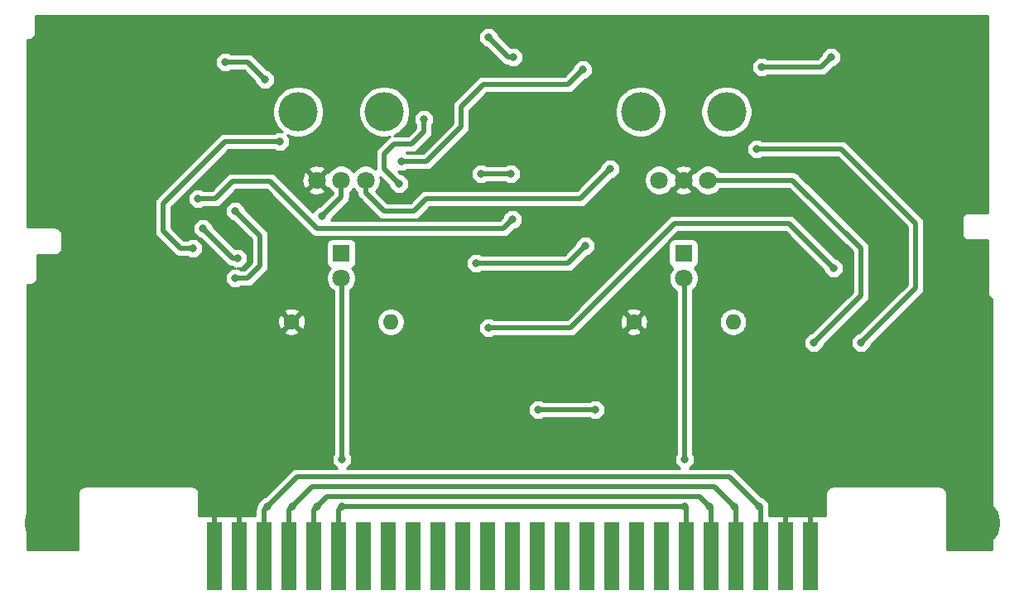
<source format=gbr>
G04 #@! TF.GenerationSoftware,KiCad,Pcbnew,(5.1.7)-1*
G04 #@! TF.CreationDate,2022-03-27T18:30:17-05:00*
G04 #@! TF.ProjectId,ConsolePedalBlueSoxSMT,436f6e73-6f6c-4655-9065-64616c426c75,rev?*
G04 #@! TF.SameCoordinates,Original*
G04 #@! TF.FileFunction,Copper,L2,Bot*
G04 #@! TF.FilePolarity,Positive*
%FSLAX46Y46*%
G04 Gerber Fmt 4.6, Leading zero omitted, Abs format (unit mm)*
G04 Created by KiCad (PCBNEW (5.1.7)-1) date 2022-03-27 18:30:17*
%MOMM*%
%LPD*%
G01*
G04 APERTURE LIST*
G04 #@! TA.AperFunction,ComponentPad*
%ADD10C,1.600000*%
G04 #@! TD*
G04 #@! TA.AperFunction,ComponentPad*
%ADD11O,1.600000X1.600000*%
G04 #@! TD*
G04 #@! TA.AperFunction,ComponentPad*
%ADD12R,1.800000X1.800000*%
G04 #@! TD*
G04 #@! TA.AperFunction,ComponentPad*
%ADD13C,1.800000*%
G04 #@! TD*
G04 #@! TA.AperFunction,ComponentPad*
%ADD14C,5.000000*%
G04 #@! TD*
G04 #@! TA.AperFunction,ConnectorPad*
%ADD15R,1.500000X7.000000*%
G04 #@! TD*
G04 #@! TA.AperFunction,WasherPad*
%ADD16C,4.000000*%
G04 #@! TD*
G04 #@! TA.AperFunction,ViaPad*
%ADD17C,0.800000*%
G04 #@! TD*
G04 #@! TA.AperFunction,Conductor*
%ADD18C,0.500000*%
G04 #@! TD*
G04 #@! TA.AperFunction,Conductor*
%ADD19C,0.254000*%
G04 #@! TD*
G04 #@! TA.AperFunction,Conductor*
%ADD20C,0.100000*%
G04 #@! TD*
G04 APERTURE END LIST*
D10*
G04 #@! TO.P,R21,1*
G04 #@! TO.N,GND*
X110170000Y-102000000D03*
D11*
G04 #@! TO.P,R21,2*
G04 #@! TO.N,Net-(D3-Pad1)*
X120330000Y-102000000D03*
G04 #@! TD*
D12*
G04 #@! TO.P,D3,1*
G04 #@! TO.N,Net-(D3-Pad1)*
X115250000Y-95000000D03*
D13*
G04 #@! TO.P,D3,2*
G04 #@! TO.N,/LEDPower*
X115250000Y-97540000D03*
G04 #@! TD*
G04 #@! TO.P,D4,2*
G04 #@! TO.N,/LEDPower*
X150250000Y-97540000D03*
D12*
G04 #@! TO.P,D4,1*
G04 #@! TO.N,Net-(D4-Pad1)*
X150250000Y-95000000D03*
G04 #@! TD*
D14*
G04 #@! TO.P,H1,1*
G04 #@! TO.N,GND*
X85350000Y-122600000D03*
G04 #@! TD*
G04 #@! TO.P,H2,1*
G04 #@! TO.N,GND*
X180150000Y-122600000D03*
G04 #@! TD*
D15*
G04 #@! TO.P,J1,50*
G04 #@! TO.N,GND*
X163230000Y-126000000D03*
G04 #@! TO.P,J1,49*
X160690000Y-126000000D03*
G04 #@! TO.P,J1,48*
G04 #@! TO.N,/Input*
X158150000Y-126000000D03*
G04 #@! TO.P,J1,47*
G04 #@! TO.N,/Output*
X155610000Y-126000000D03*
G04 #@! TO.P,J1,46*
G04 #@! TO.N,+9V*
X153070000Y-126000000D03*
G04 #@! TO.P,J1,45*
G04 #@! TO.N,/LEDPower*
X150530000Y-126000000D03*
G04 #@! TO.P,J1,44*
G04 #@! TO.N,N/C*
X147990000Y-126000000D03*
G04 #@! TO.P,J1,43*
X145450000Y-126000000D03*
G04 #@! TO.P,J1,42*
X142910000Y-126000000D03*
G04 #@! TO.P,J1,41*
X140370000Y-126000000D03*
G04 #@! TO.P,J1,40*
X137830000Y-126000000D03*
G04 #@! TO.P,J1,39*
X135290000Y-126000000D03*
G04 #@! TO.P,J1,38*
X132750000Y-126000000D03*
G04 #@! TO.P,J1,37*
X130210000Y-126000000D03*
G04 #@! TO.P,J1,36*
X127670000Y-126000000D03*
G04 #@! TO.P,J1,35*
X125130000Y-126000000D03*
G04 #@! TO.P,J1,34*
X122590000Y-126000000D03*
G04 #@! TO.P,J1,33*
X120050000Y-126000000D03*
G04 #@! TO.P,J1,32*
X117510000Y-126000000D03*
G04 #@! TO.P,J1,31*
G04 #@! TO.N,/LEDPower*
X114970000Y-126000000D03*
G04 #@! TO.P,J1,30*
G04 #@! TO.N,+9V*
X112430000Y-126000000D03*
G04 #@! TO.P,J1,29*
G04 #@! TO.N,/Output*
X109890000Y-126000000D03*
G04 #@! TO.P,J1,28*
G04 #@! TO.N,/Input*
X107350000Y-126000000D03*
G04 #@! TO.P,J1,27*
G04 #@! TO.N,GND*
X104810000Y-126000000D03*
G04 #@! TO.P,J1,26*
X102270000Y-126000000D03*
G04 #@! TD*
D13*
G04 #@! TO.P,RV1,3*
G04 #@! TO.N,Net-(R17-Pad1)*
X147750000Y-87500000D03*
G04 #@! TO.P,RV1,2*
G04 #@! TO.N,GND*
X150250000Y-87500000D03*
G04 #@! TO.P,RV1,1*
G04 #@! TO.N,Net-(R15-Pad1)*
X152750000Y-87500000D03*
D16*
G04 #@! TO.P,RV1,*
G04 #@! TO.N,*
X145850000Y-80500000D03*
X154650000Y-80500000D03*
G04 #@! TD*
G04 #@! TO.P,RV2,*
G04 #@! TO.N,*
X119650000Y-80500000D03*
X110850000Y-80500000D03*
D13*
G04 #@! TO.P,RV2,1*
G04 #@! TO.N,Net-(C8-Pad2)*
X117750000Y-87500000D03*
G04 #@! TO.P,RV2,2*
G04 #@! TO.N,/Output*
X115250000Y-87500000D03*
G04 #@! TO.P,RV2,3*
G04 #@! TO.N,GND*
X112750000Y-87500000D03*
G04 #@! TD*
D10*
G04 #@! TO.P,R22,1*
G04 #@! TO.N,GND*
X145170000Y-102000000D03*
D11*
G04 #@! TO.P,R22,2*
G04 #@! TO.N,Net-(D4-Pad1)*
X155330000Y-102000000D03*
G04 #@! TD*
D17*
G04 #@! TO.N,GND*
X102616000Y-120904000D03*
X105156000Y-120904000D03*
X160528000Y-120904000D03*
X163068000Y-120904000D03*
X170942000Y-94996000D03*
X130302000Y-81280000D03*
X136144000Y-87376000D03*
X136398000Y-100584000D03*
G04 #@! TO.N,Net-(C1-Pad1)*
X100076000Y-94488000D03*
X108966000Y-83566000D03*
G04 #@! TO.N,/LEDPower*
X150368000Y-120904000D03*
X115316000Y-120904000D03*
X150368000Y-116078000D03*
X115316000Y-116078000D03*
G04 #@! TO.N,/Input*
X107696000Y-120904000D03*
X157988000Y-120904000D03*
G04 #@! TO.N,/Output*
X110236000Y-120904000D03*
X155448000Y-120904000D03*
X113284000Y-91186000D03*
G04 #@! TO.N,+9V*
X152908000Y-120904000D03*
X112776000Y-120904000D03*
X165354000Y-74930000D03*
X158242000Y-75946000D03*
X132588000Y-86868000D03*
X129540000Y-86868000D03*
G04 #@! TO.N,Net-(C8-Pad2)*
X142748000Y-86360000D03*
G04 #@! TO.N,VDD*
X129032000Y-96012000D03*
X140208000Y-94234000D03*
G04 #@! TO.N,/CLK2*
X132750000Y-91532000D03*
X100584000Y-89408000D03*
G04 #@! TO.N,Net-(Q1-Pad2)*
X101092000Y-92456000D03*
X104648000Y-95504000D03*
G04 #@! TO.N,Net-(Q2-Pad3)*
X141224000Y-110998000D03*
X135382000Y-110998000D03*
G04 #@! TO.N,Net-(Q3-Pad2)*
X165608000Y-96520000D03*
X130302000Y-102616000D03*
G04 #@! TO.N,Net-(R7-Pad2)*
X121412000Y-85598000D03*
X139954000Y-76200000D03*
G04 #@! TO.N,Net-(R15-Pad1)*
X163576000Y-104140000D03*
G04 #@! TO.N,Net-(R17-Pad1)*
X157734000Y-84328000D03*
X168402000Y-104140000D03*
G04 #@! TO.N,Net-(C10-Pad1)*
X130302000Y-72898000D03*
X132842000Y-74930000D03*
X123698000Y-81280000D03*
X121158000Y-87884000D03*
G04 #@! TO.N,Net-(C10-Pad2)*
X107442000Y-77216000D03*
X103378000Y-75438000D03*
X104394000Y-90678000D03*
X104394000Y-97536000D03*
G04 #@! TD*
D18*
G04 #@! TO.N,GND*
X102270000Y-121250000D02*
X102616000Y-120904000D01*
X102270000Y-126000000D02*
X102270000Y-121250000D01*
X104810000Y-121250000D02*
X105156000Y-120904000D01*
X104810000Y-126000000D02*
X104810000Y-121250000D01*
X160690000Y-121066000D02*
X160528000Y-120904000D01*
X160690000Y-126000000D02*
X160690000Y-121066000D01*
X163230000Y-121066000D02*
X163068000Y-120904000D01*
X163230000Y-126000000D02*
X163230000Y-121066000D01*
G04 #@! TO.N,Net-(C1-Pad1)*
X108966000Y-83566000D02*
X103378000Y-83566000D01*
X103378000Y-83566000D02*
X97028000Y-89916000D01*
X97028000Y-89916000D02*
X97028000Y-92710000D01*
X98806000Y-94488000D02*
X100076000Y-94488000D01*
X97028000Y-92710000D02*
X98806000Y-94488000D01*
G04 #@! TO.N,/LEDPower*
X114970000Y-121250000D02*
X115316000Y-120904000D01*
X114970000Y-126000000D02*
X114970000Y-121250000D01*
X150530000Y-121066000D02*
X150368000Y-120904000D01*
X150530000Y-126000000D02*
X150530000Y-121066000D01*
X115316000Y-120904000D02*
X150368000Y-120904000D01*
X150368000Y-97658000D02*
X150250000Y-97540000D01*
X150368000Y-116078000D02*
X150368000Y-97658000D01*
X115316000Y-97606000D02*
X115250000Y-97540000D01*
X115316000Y-116078000D02*
X115316000Y-97606000D01*
G04 #@! TO.N,/Input*
X107350000Y-121250000D02*
X107696000Y-120904000D01*
X107350000Y-126000000D02*
X107350000Y-121250000D01*
X158150000Y-121066000D02*
X157988000Y-120904000D01*
X158150000Y-126000000D02*
X158150000Y-121066000D01*
X154940000Y-117856000D02*
X157988000Y-120904000D01*
X110744000Y-117856000D02*
X154940000Y-117856000D01*
X107696000Y-120904000D02*
X110744000Y-117856000D01*
G04 #@! TO.N,/Output*
X109890000Y-121250000D02*
X110236000Y-120904000D01*
X109890000Y-126000000D02*
X109890000Y-121250000D01*
X155610000Y-121066000D02*
X155448000Y-120904000D01*
X155610000Y-126000000D02*
X155610000Y-121066000D01*
X153416000Y-118872000D02*
X155448000Y-120904000D01*
X112268000Y-118872000D02*
X153416000Y-118872000D01*
X110236000Y-120904000D02*
X112268000Y-118872000D01*
X115250000Y-89220000D02*
X113284000Y-91186000D01*
X115250000Y-87500000D02*
X115250000Y-89220000D01*
G04 #@! TO.N,+9V*
X153070000Y-121066000D02*
X152908000Y-120904000D01*
X153070000Y-126000000D02*
X153070000Y-121066000D01*
X112430000Y-121250000D02*
X112776000Y-120904000D01*
X112430000Y-126000000D02*
X112430000Y-121250000D01*
X151892000Y-119888000D02*
X152908000Y-120904000D01*
X113792000Y-119888000D02*
X151892000Y-119888000D01*
X112776000Y-120904000D02*
X113792000Y-119888000D01*
X164338000Y-75946000D02*
X165354000Y-74930000D01*
X158242000Y-75946000D02*
X164338000Y-75946000D01*
X129540000Y-86868000D02*
X132588000Y-86868000D01*
G04 #@! TO.N,Net-(C8-Pad2)*
X142748000Y-86360000D02*
X139700000Y-89408000D01*
X139700000Y-89408000D02*
X123952000Y-89408000D01*
X123952000Y-89408000D02*
X122682000Y-90678000D01*
X122682000Y-90678000D02*
X119634000Y-90678000D01*
X117750000Y-88794000D02*
X117750000Y-87500000D01*
X119634000Y-90678000D02*
X117750000Y-88794000D01*
G04 #@! TO.N,VDD*
X140208000Y-94234000D02*
X138430000Y-96012000D01*
X138430000Y-96012000D02*
X129032000Y-96012000D01*
G04 #@! TO.N,/CLK2*
X100584000Y-89408000D02*
X102362000Y-89408000D01*
X102362000Y-89408000D02*
X104140000Y-87630000D01*
X104140000Y-87630000D02*
X107950000Y-87630000D01*
X107950000Y-87630000D02*
X112776000Y-92456000D01*
X131826000Y-92456000D02*
X132750000Y-91532000D01*
X112776000Y-92456000D02*
X131826000Y-92456000D01*
G04 #@! TO.N,Net-(Q1-Pad2)*
X104140000Y-95504000D02*
X101092000Y-92456000D01*
X104648000Y-95504000D02*
X104140000Y-95504000D01*
G04 #@! TO.N,Net-(Q2-Pad3)*
X135382000Y-110998000D02*
X141224000Y-110998000D01*
G04 #@! TO.N,Net-(Q3-Pad2)*
X130302000Y-102616000D02*
X138684000Y-102616000D01*
X138684000Y-102616000D02*
X149352000Y-91948000D01*
X161036000Y-91948000D02*
X165608000Y-96520000D01*
X149352000Y-91948000D02*
X161036000Y-91948000D01*
G04 #@! TO.N,Net-(R7-Pad2)*
X121412000Y-85598000D02*
X123952000Y-85598000D01*
X123952000Y-85598000D02*
X127508000Y-82042000D01*
X127508000Y-82042000D02*
X127508000Y-80010000D01*
X127508000Y-80010000D02*
X129794000Y-77724000D01*
X138430000Y-77724000D02*
X139954000Y-76200000D01*
X129794000Y-77724000D02*
X138430000Y-77724000D01*
G04 #@! TO.N,Net-(R15-Pad1)*
X163576000Y-104140000D02*
X168402000Y-99314000D01*
X168402000Y-99314000D02*
X168402000Y-94488000D01*
X161414000Y-87500000D02*
X152750000Y-87500000D01*
X168402000Y-94488000D02*
X161414000Y-87500000D01*
G04 #@! TO.N,Net-(R17-Pad1)*
X168402000Y-104140000D02*
X173990000Y-98552000D01*
X173990000Y-98552000D02*
X173990000Y-91948000D01*
X166370000Y-84328000D02*
X157734000Y-84328000D01*
X173990000Y-91948000D02*
X166370000Y-84328000D01*
G04 #@! TO.N,Net-(C10-Pad1)*
X132334000Y-74930000D02*
X130302000Y-72898000D01*
X132842000Y-74930000D02*
X132334000Y-74930000D01*
X121158000Y-87884000D02*
X119634000Y-86360000D01*
X119634000Y-86360000D02*
X119634000Y-84836000D01*
X123698000Y-81280000D02*
X123698000Y-82550000D01*
X123698000Y-82550000D02*
X122428000Y-83820000D01*
X120650000Y-83820000D02*
X119634000Y-84836000D01*
X122428000Y-83820000D02*
X120650000Y-83820000D01*
G04 #@! TO.N,Net-(C10-Pad2)*
X105664000Y-75438000D02*
X107442000Y-77216000D01*
X103378000Y-75438000D02*
X105664000Y-75438000D01*
X104394000Y-97536000D02*
X105664000Y-97536000D01*
X105664000Y-97536000D02*
X106934000Y-96266000D01*
X106934000Y-93218000D02*
X104394000Y-90678000D01*
X106934000Y-96266000D02*
X106934000Y-93218000D01*
G04 #@! TD*
D19*
G04 #@! TO.N,GND*
X181323001Y-90823000D02*
X179433252Y-90823000D01*
X179400000Y-90819725D01*
X179366748Y-90823000D01*
X179267285Y-90832796D01*
X179139670Y-90871508D01*
X179022059Y-90934372D01*
X178918973Y-91018973D01*
X178834372Y-91122059D01*
X178771508Y-91239670D01*
X178732796Y-91367285D01*
X178719725Y-91500000D01*
X178723001Y-91533262D01*
X178723000Y-92966747D01*
X178719725Y-93000000D01*
X178732796Y-93132715D01*
X178771508Y-93260330D01*
X178834372Y-93377941D01*
X178918973Y-93481027D01*
X179022059Y-93565628D01*
X179139670Y-93628492D01*
X179267285Y-93667204D01*
X179400000Y-93680275D01*
X179433252Y-93677000D01*
X181323000Y-93677000D01*
X181323001Y-98966738D01*
X181319725Y-99000000D01*
X181332796Y-99132715D01*
X181371508Y-99260330D01*
X181434372Y-99377941D01*
X181518973Y-99481027D01*
X181622059Y-99565628D01*
X181739670Y-99628492D01*
X181823001Y-99653770D01*
X181823000Y-125323000D01*
X177177000Y-125323000D01*
X177177000Y-119533252D01*
X177180275Y-119500000D01*
X177167204Y-119367285D01*
X177128492Y-119239670D01*
X177065628Y-119122059D01*
X176981027Y-119018973D01*
X176877941Y-118934372D01*
X176760330Y-118871508D01*
X176632715Y-118832796D01*
X176533252Y-118823000D01*
X176500000Y-118819725D01*
X176466748Y-118823000D01*
X165513252Y-118823000D01*
X165480000Y-118819725D01*
X165446748Y-118823000D01*
X165347285Y-118832796D01*
X165219670Y-118871508D01*
X165102059Y-118934372D01*
X164998973Y-119018973D01*
X164914372Y-119122059D01*
X164851508Y-119239670D01*
X164812796Y-119367285D01*
X164799725Y-119500000D01*
X164803001Y-119533262D01*
X164803001Y-121793000D01*
X159027000Y-121793000D01*
X159027000Y-121109079D01*
X159031243Y-121066000D01*
X159015000Y-120901084D01*
X159015000Y-120802849D01*
X158975533Y-120604435D01*
X158898115Y-120417533D01*
X158785723Y-120249326D01*
X158642674Y-120106277D01*
X158474467Y-119993885D01*
X158287565Y-119916467D01*
X158229104Y-119904838D01*
X155590597Y-117266332D01*
X155563133Y-117232867D01*
X155429592Y-117123273D01*
X155277237Y-117041838D01*
X155111922Y-116991690D01*
X154983079Y-116979000D01*
X154940000Y-116974757D01*
X154896921Y-116979000D01*
X150868109Y-116979000D01*
X151022674Y-116875723D01*
X151165723Y-116732674D01*
X151278115Y-116564467D01*
X151355533Y-116377565D01*
X151395000Y-116179151D01*
X151395000Y-115976849D01*
X151355533Y-115778435D01*
X151278115Y-115591533D01*
X151245000Y-115541973D01*
X151245000Y-101859453D01*
X153903000Y-101859453D01*
X153903000Y-102140547D01*
X153957838Y-102416241D01*
X154065409Y-102675938D01*
X154221576Y-102909660D01*
X154420340Y-103108424D01*
X154654062Y-103264591D01*
X154913759Y-103372162D01*
X155189453Y-103427000D01*
X155470547Y-103427000D01*
X155746241Y-103372162D01*
X156005938Y-103264591D01*
X156239660Y-103108424D01*
X156438424Y-102909660D01*
X156594591Y-102675938D01*
X156702162Y-102416241D01*
X156757000Y-102140547D01*
X156757000Y-101859453D01*
X156702162Y-101583759D01*
X156594591Y-101324062D01*
X156438424Y-101090340D01*
X156239660Y-100891576D01*
X156005938Y-100735409D01*
X155746241Y-100627838D01*
X155470547Y-100573000D01*
X155189453Y-100573000D01*
X154913759Y-100627838D01*
X154654062Y-100735409D01*
X154420340Y-100891576D01*
X154221576Y-101090340D01*
X154065409Y-101324062D01*
X153957838Y-101583759D01*
X153903000Y-101859453D01*
X151245000Y-101859453D01*
X151245000Y-98704505D01*
X151436099Y-98513406D01*
X151603210Y-98263306D01*
X151718319Y-97985410D01*
X151777000Y-97690396D01*
X151777000Y-97389604D01*
X151718319Y-97094590D01*
X151603210Y-96816694D01*
X151436099Y-96566594D01*
X151360779Y-96491274D01*
X151391103Y-96482075D01*
X151500028Y-96423853D01*
X151595501Y-96345501D01*
X151673853Y-96250028D01*
X151732075Y-96141103D01*
X151767927Y-96022913D01*
X151780033Y-95900000D01*
X151780033Y-94100000D01*
X151767927Y-93977087D01*
X151732075Y-93858897D01*
X151673853Y-93749972D01*
X151595501Y-93654499D01*
X151500028Y-93576147D01*
X151391103Y-93517925D01*
X151272913Y-93482073D01*
X151150000Y-93469967D01*
X149350000Y-93469967D01*
X149227087Y-93482073D01*
X149108897Y-93517925D01*
X148999972Y-93576147D01*
X148904499Y-93654499D01*
X148826147Y-93749972D01*
X148767925Y-93858897D01*
X148732073Y-93977087D01*
X148719967Y-94100000D01*
X148719967Y-95900000D01*
X148732073Y-96022913D01*
X148767925Y-96141103D01*
X148826147Y-96250028D01*
X148904499Y-96345501D01*
X148999972Y-96423853D01*
X149108897Y-96482075D01*
X149139221Y-96491274D01*
X149063901Y-96566594D01*
X148896790Y-96816694D01*
X148781681Y-97094590D01*
X148723000Y-97389604D01*
X148723000Y-97690396D01*
X148781681Y-97985410D01*
X148896790Y-98263306D01*
X149063901Y-98513406D01*
X149276594Y-98726099D01*
X149491001Y-98869361D01*
X149491000Y-115541973D01*
X149457885Y-115591533D01*
X149380467Y-115778435D01*
X149341000Y-115976849D01*
X149341000Y-116179151D01*
X149380467Y-116377565D01*
X149457885Y-116564467D01*
X149570277Y-116732674D01*
X149713326Y-116875723D01*
X149867891Y-116979000D01*
X115816109Y-116979000D01*
X115970674Y-116875723D01*
X116113723Y-116732674D01*
X116226115Y-116564467D01*
X116303533Y-116377565D01*
X116343000Y-116179151D01*
X116343000Y-115976849D01*
X116303533Y-115778435D01*
X116226115Y-115591533D01*
X116193000Y-115541973D01*
X116193000Y-110896849D01*
X134355000Y-110896849D01*
X134355000Y-111099151D01*
X134394467Y-111297565D01*
X134471885Y-111484467D01*
X134584277Y-111652674D01*
X134727326Y-111795723D01*
X134895533Y-111908115D01*
X135082435Y-111985533D01*
X135280849Y-112025000D01*
X135483151Y-112025000D01*
X135681565Y-111985533D01*
X135868467Y-111908115D01*
X135918027Y-111875000D01*
X140687973Y-111875000D01*
X140737533Y-111908115D01*
X140924435Y-111985533D01*
X141122849Y-112025000D01*
X141325151Y-112025000D01*
X141523565Y-111985533D01*
X141710467Y-111908115D01*
X141878674Y-111795723D01*
X142021723Y-111652674D01*
X142134115Y-111484467D01*
X142211533Y-111297565D01*
X142251000Y-111099151D01*
X142251000Y-110896849D01*
X142211533Y-110698435D01*
X142134115Y-110511533D01*
X142021723Y-110343326D01*
X141878674Y-110200277D01*
X141710467Y-110087885D01*
X141523565Y-110010467D01*
X141325151Y-109971000D01*
X141122849Y-109971000D01*
X140924435Y-110010467D01*
X140737533Y-110087885D01*
X140687973Y-110121000D01*
X135918027Y-110121000D01*
X135868467Y-110087885D01*
X135681565Y-110010467D01*
X135483151Y-109971000D01*
X135280849Y-109971000D01*
X135082435Y-110010467D01*
X134895533Y-110087885D01*
X134727326Y-110200277D01*
X134584277Y-110343326D01*
X134471885Y-110511533D01*
X134394467Y-110698435D01*
X134355000Y-110896849D01*
X116193000Y-110896849D01*
X116193000Y-101859453D01*
X118903000Y-101859453D01*
X118903000Y-102140547D01*
X118957838Y-102416241D01*
X119065409Y-102675938D01*
X119221576Y-102909660D01*
X119420340Y-103108424D01*
X119654062Y-103264591D01*
X119913759Y-103372162D01*
X120189453Y-103427000D01*
X120470547Y-103427000D01*
X120746241Y-103372162D01*
X121005938Y-103264591D01*
X121239660Y-103108424D01*
X121438424Y-102909660D01*
X121594591Y-102675938D01*
X121661316Y-102514849D01*
X129275000Y-102514849D01*
X129275000Y-102717151D01*
X129314467Y-102915565D01*
X129391885Y-103102467D01*
X129504277Y-103270674D01*
X129647326Y-103413723D01*
X129815533Y-103526115D01*
X130002435Y-103603533D01*
X130200849Y-103643000D01*
X130403151Y-103643000D01*
X130601565Y-103603533D01*
X130788467Y-103526115D01*
X130838027Y-103493000D01*
X138640921Y-103493000D01*
X138684000Y-103497243D01*
X138727079Y-103493000D01*
X138855922Y-103480310D01*
X139021237Y-103430162D01*
X139173592Y-103348727D01*
X139307133Y-103239133D01*
X139334597Y-103205668D01*
X139547563Y-102992702D01*
X144356903Y-102992702D01*
X144428486Y-103236671D01*
X144683996Y-103357571D01*
X144958184Y-103426300D01*
X145240512Y-103440217D01*
X145520130Y-103398787D01*
X145786292Y-103303603D01*
X145911514Y-103236671D01*
X145983097Y-102992702D01*
X145170000Y-102179605D01*
X144356903Y-102992702D01*
X139547563Y-102992702D01*
X140469753Y-102070512D01*
X143729783Y-102070512D01*
X143771213Y-102350130D01*
X143866397Y-102616292D01*
X143933329Y-102741514D01*
X144177298Y-102813097D01*
X144990395Y-102000000D01*
X145349605Y-102000000D01*
X146162702Y-102813097D01*
X146406671Y-102741514D01*
X146527571Y-102486004D01*
X146596300Y-102211816D01*
X146610217Y-101929488D01*
X146568787Y-101649870D01*
X146473603Y-101383708D01*
X146406671Y-101258486D01*
X146162702Y-101186903D01*
X145349605Y-102000000D01*
X144990395Y-102000000D01*
X144177298Y-101186903D01*
X143933329Y-101258486D01*
X143812429Y-101513996D01*
X143743700Y-101788184D01*
X143729783Y-102070512D01*
X140469753Y-102070512D01*
X141532967Y-101007298D01*
X144356903Y-101007298D01*
X145170000Y-101820395D01*
X145983097Y-101007298D01*
X145911514Y-100763329D01*
X145656004Y-100642429D01*
X145381816Y-100573700D01*
X145099488Y-100559783D01*
X144819870Y-100601213D01*
X144553708Y-100696397D01*
X144428486Y-100763329D01*
X144356903Y-101007298D01*
X141532967Y-101007298D01*
X149715265Y-92825000D01*
X160672735Y-92825000D01*
X164608838Y-96761103D01*
X164620467Y-96819565D01*
X164697885Y-97006467D01*
X164810277Y-97174674D01*
X164953326Y-97317723D01*
X165121533Y-97430115D01*
X165308435Y-97507533D01*
X165506849Y-97547000D01*
X165709151Y-97547000D01*
X165907565Y-97507533D01*
X166094467Y-97430115D01*
X166262674Y-97317723D01*
X166405723Y-97174674D01*
X166518115Y-97006467D01*
X166595533Y-96819565D01*
X166635000Y-96621151D01*
X166635000Y-96418849D01*
X166595533Y-96220435D01*
X166518115Y-96033533D01*
X166405723Y-95865326D01*
X166262674Y-95722277D01*
X166094467Y-95609885D01*
X165907565Y-95532467D01*
X165849103Y-95520838D01*
X161686597Y-91358332D01*
X161659133Y-91324867D01*
X161525592Y-91215273D01*
X161373237Y-91133838D01*
X161207922Y-91083690D01*
X161079079Y-91071000D01*
X161036000Y-91066757D01*
X160992921Y-91071000D01*
X149395069Y-91071000D01*
X149351999Y-91066758D01*
X149308930Y-91071000D01*
X149308921Y-91071000D01*
X149180078Y-91083690D01*
X149014763Y-91133838D01*
X148862408Y-91215273D01*
X148728867Y-91324867D01*
X148701403Y-91358332D01*
X138320735Y-101739000D01*
X130838027Y-101739000D01*
X130788467Y-101705885D01*
X130601565Y-101628467D01*
X130403151Y-101589000D01*
X130200849Y-101589000D01*
X130002435Y-101628467D01*
X129815533Y-101705885D01*
X129647326Y-101818277D01*
X129504277Y-101961326D01*
X129391885Y-102129533D01*
X129314467Y-102316435D01*
X129275000Y-102514849D01*
X121661316Y-102514849D01*
X121702162Y-102416241D01*
X121757000Y-102140547D01*
X121757000Y-101859453D01*
X121702162Y-101583759D01*
X121594591Y-101324062D01*
X121438424Y-101090340D01*
X121239660Y-100891576D01*
X121005938Y-100735409D01*
X120746241Y-100627838D01*
X120470547Y-100573000D01*
X120189453Y-100573000D01*
X119913759Y-100627838D01*
X119654062Y-100735409D01*
X119420340Y-100891576D01*
X119221576Y-101090340D01*
X119065409Y-101324062D01*
X118957838Y-101583759D01*
X118903000Y-101859453D01*
X116193000Y-101859453D01*
X116193000Y-98746416D01*
X116223406Y-98726099D01*
X116436099Y-98513406D01*
X116603210Y-98263306D01*
X116718319Y-97985410D01*
X116777000Y-97690396D01*
X116777000Y-97389604D01*
X116718319Y-97094590D01*
X116603210Y-96816694D01*
X116436099Y-96566594D01*
X116360779Y-96491274D01*
X116391103Y-96482075D01*
X116500028Y-96423853D01*
X116595501Y-96345501D01*
X116673853Y-96250028D01*
X116732075Y-96141103D01*
X116767927Y-96022913D01*
X116778964Y-95910849D01*
X128005000Y-95910849D01*
X128005000Y-96113151D01*
X128044467Y-96311565D01*
X128121885Y-96498467D01*
X128234277Y-96666674D01*
X128377326Y-96809723D01*
X128545533Y-96922115D01*
X128732435Y-96999533D01*
X128930849Y-97039000D01*
X129133151Y-97039000D01*
X129331565Y-96999533D01*
X129518467Y-96922115D01*
X129568027Y-96889000D01*
X138386921Y-96889000D01*
X138430000Y-96893243D01*
X138473079Y-96889000D01*
X138601922Y-96876310D01*
X138767237Y-96826162D01*
X138919592Y-96744727D01*
X139053133Y-96635133D01*
X139080597Y-96601668D01*
X140449103Y-95233162D01*
X140507565Y-95221533D01*
X140694467Y-95144115D01*
X140862674Y-95031723D01*
X141005723Y-94888674D01*
X141118115Y-94720467D01*
X141195533Y-94533565D01*
X141235000Y-94335151D01*
X141235000Y-94132849D01*
X141195533Y-93934435D01*
X141118115Y-93747533D01*
X141005723Y-93579326D01*
X140862674Y-93436277D01*
X140694467Y-93323885D01*
X140507565Y-93246467D01*
X140309151Y-93207000D01*
X140106849Y-93207000D01*
X139908435Y-93246467D01*
X139721533Y-93323885D01*
X139553326Y-93436277D01*
X139410277Y-93579326D01*
X139297885Y-93747533D01*
X139220467Y-93934435D01*
X139208838Y-93992897D01*
X138066735Y-95135000D01*
X129568027Y-95135000D01*
X129518467Y-95101885D01*
X129331565Y-95024467D01*
X129133151Y-94985000D01*
X128930849Y-94985000D01*
X128732435Y-95024467D01*
X128545533Y-95101885D01*
X128377326Y-95214277D01*
X128234277Y-95357326D01*
X128121885Y-95525533D01*
X128044467Y-95712435D01*
X128005000Y-95910849D01*
X116778964Y-95910849D01*
X116780033Y-95900000D01*
X116780033Y-94100000D01*
X116767927Y-93977087D01*
X116732075Y-93858897D01*
X116673853Y-93749972D01*
X116595501Y-93654499D01*
X116500028Y-93576147D01*
X116391103Y-93517925D01*
X116272913Y-93482073D01*
X116150000Y-93469967D01*
X114350000Y-93469967D01*
X114227087Y-93482073D01*
X114108897Y-93517925D01*
X113999972Y-93576147D01*
X113904499Y-93654499D01*
X113826147Y-93749972D01*
X113767925Y-93858897D01*
X113732073Y-93977087D01*
X113719967Y-94100000D01*
X113719967Y-95900000D01*
X113732073Y-96022913D01*
X113767925Y-96141103D01*
X113826147Y-96250028D01*
X113904499Y-96345501D01*
X113999972Y-96423853D01*
X114108897Y-96482075D01*
X114139221Y-96491274D01*
X114063901Y-96566594D01*
X113896790Y-96816694D01*
X113781681Y-97094590D01*
X113723000Y-97389604D01*
X113723000Y-97690396D01*
X113781681Y-97985410D01*
X113896790Y-98263306D01*
X114063901Y-98513406D01*
X114276594Y-98726099D01*
X114439001Y-98834616D01*
X114439000Y-115541973D01*
X114405885Y-115591533D01*
X114328467Y-115778435D01*
X114289000Y-115976849D01*
X114289000Y-116179151D01*
X114328467Y-116377565D01*
X114405885Y-116564467D01*
X114518277Y-116732674D01*
X114661326Y-116875723D01*
X114815891Y-116979000D01*
X110787079Y-116979000D01*
X110744000Y-116974757D01*
X110572077Y-116991690D01*
X110406763Y-117041838D01*
X110254408Y-117123273D01*
X110120867Y-117232867D01*
X110093408Y-117266326D01*
X107454897Y-119904838D01*
X107396435Y-119916467D01*
X107209533Y-119993885D01*
X107041326Y-120106277D01*
X106898277Y-120249326D01*
X106785885Y-120417533D01*
X106708467Y-120604435D01*
X106696691Y-120663637D01*
X106617274Y-120760408D01*
X106535838Y-120912764D01*
X106485690Y-121078078D01*
X106468757Y-121250000D01*
X106473001Y-121293089D01*
X106473001Y-121793000D01*
X100697000Y-121793000D01*
X100697000Y-119533252D01*
X100700275Y-119500000D01*
X100687204Y-119367285D01*
X100648492Y-119239670D01*
X100585628Y-119122059D01*
X100501027Y-119018973D01*
X100397941Y-118934372D01*
X100280330Y-118871508D01*
X100152715Y-118832796D01*
X100053252Y-118823000D01*
X100020000Y-118819725D01*
X99986748Y-118823000D01*
X89033252Y-118823000D01*
X89000000Y-118819725D01*
X88966748Y-118823000D01*
X88867285Y-118832796D01*
X88739670Y-118871508D01*
X88622059Y-118934372D01*
X88518973Y-119018973D01*
X88434372Y-119122059D01*
X88371508Y-119239670D01*
X88332796Y-119367285D01*
X88319725Y-119500000D01*
X88323000Y-119533252D01*
X88323001Y-125323000D01*
X83177000Y-125323000D01*
X83177000Y-102992702D01*
X109356903Y-102992702D01*
X109428486Y-103236671D01*
X109683996Y-103357571D01*
X109958184Y-103426300D01*
X110240512Y-103440217D01*
X110520130Y-103398787D01*
X110786292Y-103303603D01*
X110911514Y-103236671D01*
X110983097Y-102992702D01*
X110170000Y-102179605D01*
X109356903Y-102992702D01*
X83177000Y-102992702D01*
X83177000Y-102070512D01*
X108729783Y-102070512D01*
X108771213Y-102350130D01*
X108866397Y-102616292D01*
X108933329Y-102741514D01*
X109177298Y-102813097D01*
X109990395Y-102000000D01*
X110349605Y-102000000D01*
X111162702Y-102813097D01*
X111406671Y-102741514D01*
X111527571Y-102486004D01*
X111596300Y-102211816D01*
X111610217Y-101929488D01*
X111568787Y-101649870D01*
X111473603Y-101383708D01*
X111406671Y-101258486D01*
X111162702Y-101186903D01*
X110349605Y-102000000D01*
X109990395Y-102000000D01*
X109177298Y-101186903D01*
X108933329Y-101258486D01*
X108812429Y-101513996D01*
X108743700Y-101788184D01*
X108729783Y-102070512D01*
X83177000Y-102070512D01*
X83177000Y-101007298D01*
X109356903Y-101007298D01*
X110170000Y-101820395D01*
X110983097Y-101007298D01*
X110911514Y-100763329D01*
X110656004Y-100642429D01*
X110381816Y-100573700D01*
X110099488Y-100559783D01*
X109819870Y-100601213D01*
X109553708Y-100696397D01*
X109428486Y-100763329D01*
X109356903Y-101007298D01*
X83177000Y-101007298D01*
X83177000Y-98177000D01*
X83466748Y-98177000D01*
X83500000Y-98180275D01*
X83533252Y-98177000D01*
X83632715Y-98167204D01*
X83760330Y-98128492D01*
X83877941Y-98065628D01*
X83981027Y-97981027D01*
X84065628Y-97877941D01*
X84128492Y-97760330D01*
X84167204Y-97632715D01*
X84180275Y-97500000D01*
X84177000Y-97466748D01*
X84177000Y-95177000D01*
X85966748Y-95177000D01*
X86000000Y-95180275D01*
X86033252Y-95177000D01*
X86132715Y-95167204D01*
X86260330Y-95128492D01*
X86377941Y-95065628D01*
X86481027Y-94981027D01*
X86565628Y-94877941D01*
X86628492Y-94760330D01*
X86667204Y-94632715D01*
X86680275Y-94500000D01*
X86677000Y-94466748D01*
X86677000Y-93033251D01*
X86680275Y-93000000D01*
X86667204Y-92867285D01*
X86628492Y-92739670D01*
X86565628Y-92622059D01*
X86481027Y-92518973D01*
X86377941Y-92434372D01*
X86260330Y-92371508D01*
X86132715Y-92332796D01*
X86033252Y-92323000D01*
X86000000Y-92319725D01*
X85966748Y-92323000D01*
X83177000Y-92323000D01*
X83177000Y-89916000D01*
X96146757Y-89916000D01*
X96151000Y-89959080D01*
X96151001Y-92666911D01*
X96146757Y-92710000D01*
X96163690Y-92881922D01*
X96213838Y-93047236D01*
X96295274Y-93199592D01*
X96377406Y-93299671D01*
X96377409Y-93299674D01*
X96404868Y-93333133D01*
X96438327Y-93360592D01*
X98155403Y-95077668D01*
X98182867Y-95111133D01*
X98316408Y-95220727D01*
X98438008Y-95285723D01*
X98468763Y-95302162D01*
X98634077Y-95352310D01*
X98806000Y-95369243D01*
X98849079Y-95365000D01*
X99539973Y-95365000D01*
X99589533Y-95398115D01*
X99776435Y-95475533D01*
X99974849Y-95515000D01*
X100177151Y-95515000D01*
X100375565Y-95475533D01*
X100562467Y-95398115D01*
X100730674Y-95285723D01*
X100873723Y-95142674D01*
X100986115Y-94974467D01*
X101063533Y-94787565D01*
X101103000Y-94589151D01*
X101103000Y-94386849D01*
X101063533Y-94188435D01*
X100986115Y-94001533D01*
X100873723Y-93833326D01*
X100730674Y-93690277D01*
X100562467Y-93577885D01*
X100375565Y-93500467D01*
X100177151Y-93461000D01*
X99974849Y-93461000D01*
X99776435Y-93500467D01*
X99589533Y-93577885D01*
X99539973Y-93611000D01*
X99169265Y-93611000D01*
X97913114Y-92354849D01*
X100065000Y-92354849D01*
X100065000Y-92557151D01*
X100104467Y-92755565D01*
X100181885Y-92942467D01*
X100294277Y-93110674D01*
X100437326Y-93253723D01*
X100605533Y-93366115D01*
X100792435Y-93443533D01*
X100850897Y-93455162D01*
X103489408Y-96093674D01*
X103516867Y-96127133D01*
X103650408Y-96236727D01*
X103772008Y-96301723D01*
X103802763Y-96318162D01*
X103968077Y-96368310D01*
X104114575Y-96382739D01*
X104161533Y-96414115D01*
X104348435Y-96491533D01*
X104436248Y-96509000D01*
X104292849Y-96509000D01*
X104094435Y-96548467D01*
X103907533Y-96625885D01*
X103739326Y-96738277D01*
X103596277Y-96881326D01*
X103483885Y-97049533D01*
X103406467Y-97236435D01*
X103367000Y-97434849D01*
X103367000Y-97637151D01*
X103406467Y-97835565D01*
X103483885Y-98022467D01*
X103596277Y-98190674D01*
X103739326Y-98333723D01*
X103907533Y-98446115D01*
X104094435Y-98523533D01*
X104292849Y-98563000D01*
X104495151Y-98563000D01*
X104693565Y-98523533D01*
X104880467Y-98446115D01*
X104930027Y-98413000D01*
X105620921Y-98413000D01*
X105664000Y-98417243D01*
X105707079Y-98413000D01*
X105835922Y-98400310D01*
X106001237Y-98350162D01*
X106153592Y-98268727D01*
X106287133Y-98159133D01*
X106314597Y-98125668D01*
X107523669Y-96916596D01*
X107557133Y-96889133D01*
X107666727Y-96755592D01*
X107748162Y-96603237D01*
X107798310Y-96437922D01*
X107811000Y-96309079D01*
X107811000Y-96309070D01*
X107815242Y-96266001D01*
X107811000Y-96222931D01*
X107811000Y-93261069D01*
X107815242Y-93217999D01*
X107811000Y-93174930D01*
X107811000Y-93174921D01*
X107798310Y-93046078D01*
X107748162Y-92880763D01*
X107666727Y-92728408D01*
X107557133Y-92594867D01*
X107523668Y-92567403D01*
X105393162Y-90436897D01*
X105381533Y-90378435D01*
X105304115Y-90191533D01*
X105191723Y-90023326D01*
X105048674Y-89880277D01*
X104880467Y-89767885D01*
X104693565Y-89690467D01*
X104495151Y-89651000D01*
X104292849Y-89651000D01*
X104094435Y-89690467D01*
X103907533Y-89767885D01*
X103739326Y-89880277D01*
X103596277Y-90023326D01*
X103483885Y-90191533D01*
X103406467Y-90378435D01*
X103367000Y-90576849D01*
X103367000Y-90779151D01*
X103406467Y-90977565D01*
X103483885Y-91164467D01*
X103596277Y-91332674D01*
X103739326Y-91475723D01*
X103907533Y-91588115D01*
X104094435Y-91665533D01*
X104152897Y-91677162D01*
X106057001Y-93581266D01*
X106057000Y-95902735D01*
X105300735Y-96659000D01*
X104930027Y-96659000D01*
X104880467Y-96625885D01*
X104693565Y-96548467D01*
X104605752Y-96531000D01*
X104749151Y-96531000D01*
X104947565Y-96491533D01*
X105134467Y-96414115D01*
X105302674Y-96301723D01*
X105445723Y-96158674D01*
X105558115Y-95990467D01*
X105635533Y-95803565D01*
X105675000Y-95605151D01*
X105675000Y-95402849D01*
X105635533Y-95204435D01*
X105558115Y-95017533D01*
X105445723Y-94849326D01*
X105302674Y-94706277D01*
X105134467Y-94593885D01*
X104947565Y-94516467D01*
X104749151Y-94477000D01*
X104546849Y-94477000D01*
X104385383Y-94509118D01*
X102091162Y-92214897D01*
X102079533Y-92156435D01*
X102002115Y-91969533D01*
X101889723Y-91801326D01*
X101746674Y-91658277D01*
X101578467Y-91545885D01*
X101391565Y-91468467D01*
X101193151Y-91429000D01*
X100990849Y-91429000D01*
X100792435Y-91468467D01*
X100605533Y-91545885D01*
X100437326Y-91658277D01*
X100294277Y-91801326D01*
X100181885Y-91969533D01*
X100104467Y-92156435D01*
X100065000Y-92354849D01*
X97913114Y-92354849D01*
X97905000Y-92346735D01*
X97905000Y-90279265D01*
X98877416Y-89306849D01*
X99557000Y-89306849D01*
X99557000Y-89509151D01*
X99596467Y-89707565D01*
X99673885Y-89894467D01*
X99786277Y-90062674D01*
X99929326Y-90205723D01*
X100097533Y-90318115D01*
X100284435Y-90395533D01*
X100482849Y-90435000D01*
X100685151Y-90435000D01*
X100883565Y-90395533D01*
X101070467Y-90318115D01*
X101120027Y-90285000D01*
X102318921Y-90285000D01*
X102362000Y-90289243D01*
X102405079Y-90285000D01*
X102533922Y-90272310D01*
X102699237Y-90222162D01*
X102851592Y-90140727D01*
X102985133Y-90031133D01*
X103012597Y-89997668D01*
X104503265Y-88507000D01*
X107586735Y-88507000D01*
X112125403Y-93045668D01*
X112152867Y-93079133D01*
X112286408Y-93188727D01*
X112394433Y-93246467D01*
X112438763Y-93270162D01*
X112604077Y-93320310D01*
X112776000Y-93337243D01*
X112819079Y-93333000D01*
X131782921Y-93333000D01*
X131826000Y-93337243D01*
X131869079Y-93333000D01*
X131997922Y-93320310D01*
X132163237Y-93270162D01*
X132315592Y-93188727D01*
X132449133Y-93079133D01*
X132476597Y-93045668D01*
X132991103Y-92531162D01*
X133049565Y-92519533D01*
X133236467Y-92442115D01*
X133404674Y-92329723D01*
X133547723Y-92186674D01*
X133660115Y-92018467D01*
X133737533Y-91831565D01*
X133777000Y-91633151D01*
X133777000Y-91430849D01*
X133737533Y-91232435D01*
X133660115Y-91045533D01*
X133547723Y-90877326D01*
X133404674Y-90734277D01*
X133236467Y-90621885D01*
X133049565Y-90544467D01*
X132851151Y-90505000D01*
X132648849Y-90505000D01*
X132450435Y-90544467D01*
X132263533Y-90621885D01*
X132095326Y-90734277D01*
X131952277Y-90877326D01*
X131839885Y-91045533D01*
X131762467Y-91232435D01*
X131750838Y-91290897D01*
X131462735Y-91579000D01*
X114232831Y-91579000D01*
X114271533Y-91485565D01*
X114283162Y-91427103D01*
X115839674Y-89870592D01*
X115873133Y-89843133D01*
X115982727Y-89709592D01*
X116064162Y-89557237D01*
X116078749Y-89509151D01*
X116114310Y-89391923D01*
X116131243Y-89220000D01*
X116127000Y-89176921D01*
X116127000Y-88750515D01*
X116223406Y-88686099D01*
X116436099Y-88473406D01*
X116500000Y-88377771D01*
X116563901Y-88473406D01*
X116776594Y-88686099D01*
X116873000Y-88750515D01*
X116873000Y-88750920D01*
X116868757Y-88794000D01*
X116885690Y-88965922D01*
X116903419Y-89024365D01*
X116935838Y-89131236D01*
X117017273Y-89283591D01*
X117126867Y-89417133D01*
X117160332Y-89444597D01*
X118983403Y-91267668D01*
X119010867Y-91301133D01*
X119144408Y-91410727D01*
X119296763Y-91492162D01*
X119462078Y-91542310D01*
X119590921Y-91555000D01*
X119590930Y-91555000D01*
X119633999Y-91559242D01*
X119677069Y-91555000D01*
X122638921Y-91555000D01*
X122682000Y-91559243D01*
X122725079Y-91555000D01*
X122853922Y-91542310D01*
X123019237Y-91492162D01*
X123171592Y-91410727D01*
X123305133Y-91301133D01*
X123332597Y-91267668D01*
X124315265Y-90285000D01*
X139656921Y-90285000D01*
X139700000Y-90289243D01*
X139743079Y-90285000D01*
X139871922Y-90272310D01*
X140037237Y-90222162D01*
X140189592Y-90140727D01*
X140323133Y-90031133D01*
X140350597Y-89997668D01*
X142989104Y-87359162D01*
X143037153Y-87349604D01*
X146223000Y-87349604D01*
X146223000Y-87650396D01*
X146281681Y-87945410D01*
X146396790Y-88223306D01*
X146563901Y-88473406D01*
X146776594Y-88686099D01*
X147026694Y-88853210D01*
X147304590Y-88968319D01*
X147599604Y-89027000D01*
X147900396Y-89027000D01*
X148195410Y-88968319D01*
X148473306Y-88853210D01*
X148723406Y-88686099D01*
X148845425Y-88564080D01*
X149365525Y-88564080D01*
X149449208Y-88818261D01*
X149721775Y-88949158D01*
X150014642Y-89024365D01*
X150316553Y-89040991D01*
X150615907Y-88998397D01*
X150901199Y-88898222D01*
X151050792Y-88818261D01*
X151134475Y-88564080D01*
X150250000Y-87679605D01*
X149365525Y-88564080D01*
X148845425Y-88564080D01*
X148936099Y-88473406D01*
X149029853Y-88333094D01*
X149185920Y-88384475D01*
X150070395Y-87500000D01*
X150429605Y-87500000D01*
X151314080Y-88384475D01*
X151470147Y-88333094D01*
X151563901Y-88473406D01*
X151776594Y-88686099D01*
X152026694Y-88853210D01*
X152304590Y-88968319D01*
X152599604Y-89027000D01*
X152900396Y-89027000D01*
X153195410Y-88968319D01*
X153473306Y-88853210D01*
X153723406Y-88686099D01*
X153936099Y-88473406D01*
X154000515Y-88377000D01*
X161050735Y-88377000D01*
X167525001Y-94851266D01*
X167525000Y-98950735D01*
X163334897Y-103140838D01*
X163276435Y-103152467D01*
X163089533Y-103229885D01*
X162921326Y-103342277D01*
X162778277Y-103485326D01*
X162665885Y-103653533D01*
X162588467Y-103840435D01*
X162549000Y-104038849D01*
X162549000Y-104241151D01*
X162588467Y-104439565D01*
X162665885Y-104626467D01*
X162778277Y-104794674D01*
X162921326Y-104937723D01*
X163089533Y-105050115D01*
X163276435Y-105127533D01*
X163474849Y-105167000D01*
X163677151Y-105167000D01*
X163875565Y-105127533D01*
X164062467Y-105050115D01*
X164230674Y-104937723D01*
X164373723Y-104794674D01*
X164486115Y-104626467D01*
X164563533Y-104439565D01*
X164575162Y-104381103D01*
X168991669Y-99964596D01*
X169025133Y-99937133D01*
X169134727Y-99803592D01*
X169216162Y-99651237D01*
X169266310Y-99485922D01*
X169271499Y-99433243D01*
X169283243Y-99314000D01*
X169279000Y-99270921D01*
X169279000Y-94531069D01*
X169283242Y-94487999D01*
X169279000Y-94444930D01*
X169279000Y-94444921D01*
X169266310Y-94316078D01*
X169216162Y-94150763D01*
X169134727Y-93998408D01*
X169025133Y-93864867D01*
X168991668Y-93837403D01*
X162064597Y-86910332D01*
X162037133Y-86876867D01*
X161903592Y-86767273D01*
X161751237Y-86685838D01*
X161585922Y-86635690D01*
X161414000Y-86618757D01*
X161370921Y-86623000D01*
X154000515Y-86623000D01*
X153936099Y-86526594D01*
X153723406Y-86313901D01*
X153473306Y-86146790D01*
X153195410Y-86031681D01*
X152900396Y-85973000D01*
X152599604Y-85973000D01*
X152304590Y-86031681D01*
X152026694Y-86146790D01*
X151776594Y-86313901D01*
X151563901Y-86526594D01*
X151470147Y-86666906D01*
X151314080Y-86615525D01*
X150429605Y-87500000D01*
X150070395Y-87500000D01*
X149185920Y-86615525D01*
X149029853Y-86666906D01*
X148936099Y-86526594D01*
X148845425Y-86435920D01*
X149365525Y-86435920D01*
X150250000Y-87320395D01*
X151134475Y-86435920D01*
X151050792Y-86181739D01*
X150778225Y-86050842D01*
X150485358Y-85975635D01*
X150183447Y-85959009D01*
X149884093Y-86001603D01*
X149598801Y-86101778D01*
X149449208Y-86181739D01*
X149365525Y-86435920D01*
X148845425Y-86435920D01*
X148723406Y-86313901D01*
X148473306Y-86146790D01*
X148195410Y-86031681D01*
X147900396Y-85973000D01*
X147599604Y-85973000D01*
X147304590Y-86031681D01*
X147026694Y-86146790D01*
X146776594Y-86313901D01*
X146563901Y-86526594D01*
X146396790Y-86776694D01*
X146281681Y-87054590D01*
X146223000Y-87349604D01*
X143037153Y-87349604D01*
X143047565Y-87347533D01*
X143234467Y-87270115D01*
X143402674Y-87157723D01*
X143545723Y-87014674D01*
X143658115Y-86846467D01*
X143735533Y-86659565D01*
X143775000Y-86461151D01*
X143775000Y-86258849D01*
X143735533Y-86060435D01*
X143658115Y-85873533D01*
X143545723Y-85705326D01*
X143402674Y-85562277D01*
X143234467Y-85449885D01*
X143047565Y-85372467D01*
X142849151Y-85333000D01*
X142646849Y-85333000D01*
X142448435Y-85372467D01*
X142261533Y-85449885D01*
X142093326Y-85562277D01*
X141950277Y-85705326D01*
X141837885Y-85873533D01*
X141760467Y-86060435D01*
X141748838Y-86118896D01*
X139336735Y-88531000D01*
X123995069Y-88531000D01*
X123951999Y-88526758D01*
X123908930Y-88531000D01*
X123908921Y-88531000D01*
X123780078Y-88543690D01*
X123614763Y-88593838D01*
X123462408Y-88675273D01*
X123328867Y-88784867D01*
X123301406Y-88818329D01*
X122318735Y-89801000D01*
X119997265Y-89801000D01*
X118802885Y-88606620D01*
X118936099Y-88473406D01*
X119103210Y-88223306D01*
X119218319Y-87945410D01*
X119277000Y-87650396D01*
X119277000Y-87349604D01*
X119250596Y-87216861D01*
X120158838Y-88125103D01*
X120170467Y-88183565D01*
X120247885Y-88370467D01*
X120360277Y-88538674D01*
X120503326Y-88681723D01*
X120671533Y-88794115D01*
X120858435Y-88871533D01*
X121056849Y-88911000D01*
X121259151Y-88911000D01*
X121457565Y-88871533D01*
X121644467Y-88794115D01*
X121812674Y-88681723D01*
X121955723Y-88538674D01*
X122068115Y-88370467D01*
X122145533Y-88183565D01*
X122185000Y-87985151D01*
X122185000Y-87782849D01*
X122145533Y-87584435D01*
X122068115Y-87397533D01*
X121955723Y-87229326D01*
X121812674Y-87086277D01*
X121644467Y-86973885D01*
X121457565Y-86896467D01*
X121399103Y-86884838D01*
X121281114Y-86766849D01*
X128513000Y-86766849D01*
X128513000Y-86969151D01*
X128552467Y-87167565D01*
X128629885Y-87354467D01*
X128742277Y-87522674D01*
X128885326Y-87665723D01*
X129053533Y-87778115D01*
X129240435Y-87855533D01*
X129438849Y-87895000D01*
X129641151Y-87895000D01*
X129839565Y-87855533D01*
X130026467Y-87778115D01*
X130076027Y-87745000D01*
X132051973Y-87745000D01*
X132101533Y-87778115D01*
X132288435Y-87855533D01*
X132486849Y-87895000D01*
X132689151Y-87895000D01*
X132887565Y-87855533D01*
X133074467Y-87778115D01*
X133242674Y-87665723D01*
X133385723Y-87522674D01*
X133498115Y-87354467D01*
X133575533Y-87167565D01*
X133615000Y-86969151D01*
X133615000Y-86766849D01*
X133575533Y-86568435D01*
X133498115Y-86381533D01*
X133385723Y-86213326D01*
X133242674Y-86070277D01*
X133074467Y-85957885D01*
X132887565Y-85880467D01*
X132689151Y-85841000D01*
X132486849Y-85841000D01*
X132288435Y-85880467D01*
X132101533Y-85957885D01*
X132051973Y-85991000D01*
X130076027Y-85991000D01*
X130026467Y-85957885D01*
X129839565Y-85880467D01*
X129641151Y-85841000D01*
X129438849Y-85841000D01*
X129240435Y-85880467D01*
X129053533Y-85957885D01*
X128885326Y-86070277D01*
X128742277Y-86213326D01*
X128629885Y-86381533D01*
X128552467Y-86568435D01*
X128513000Y-86766849D01*
X121281114Y-86766849D01*
X121090862Y-86576597D01*
X121112435Y-86585533D01*
X121310849Y-86625000D01*
X121513151Y-86625000D01*
X121711565Y-86585533D01*
X121898467Y-86508115D01*
X121948027Y-86475000D01*
X123908921Y-86475000D01*
X123952000Y-86479243D01*
X123995079Y-86475000D01*
X124123922Y-86462310D01*
X124289237Y-86412162D01*
X124441592Y-86330727D01*
X124575133Y-86221133D01*
X124602597Y-86187668D01*
X126563416Y-84226849D01*
X156707000Y-84226849D01*
X156707000Y-84429151D01*
X156746467Y-84627565D01*
X156823885Y-84814467D01*
X156936277Y-84982674D01*
X157079326Y-85125723D01*
X157247533Y-85238115D01*
X157434435Y-85315533D01*
X157632849Y-85355000D01*
X157835151Y-85355000D01*
X158033565Y-85315533D01*
X158220467Y-85238115D01*
X158270027Y-85205000D01*
X166006735Y-85205000D01*
X173113001Y-92311266D01*
X173113000Y-98188735D01*
X168160897Y-103140838D01*
X168102435Y-103152467D01*
X167915533Y-103229885D01*
X167747326Y-103342277D01*
X167604277Y-103485326D01*
X167491885Y-103653533D01*
X167414467Y-103840435D01*
X167375000Y-104038849D01*
X167375000Y-104241151D01*
X167414467Y-104439565D01*
X167491885Y-104626467D01*
X167604277Y-104794674D01*
X167747326Y-104937723D01*
X167915533Y-105050115D01*
X168102435Y-105127533D01*
X168300849Y-105167000D01*
X168503151Y-105167000D01*
X168701565Y-105127533D01*
X168888467Y-105050115D01*
X169056674Y-104937723D01*
X169199723Y-104794674D01*
X169312115Y-104626467D01*
X169389533Y-104439565D01*
X169401162Y-104381103D01*
X174579669Y-99202596D01*
X174613133Y-99175133D01*
X174722727Y-99041592D01*
X174804162Y-98889237D01*
X174854310Y-98723922D01*
X174867000Y-98595079D01*
X174867000Y-98595070D01*
X174871242Y-98552001D01*
X174867000Y-98508931D01*
X174867000Y-91991069D01*
X174871242Y-91947999D01*
X174867000Y-91904930D01*
X174867000Y-91904921D01*
X174854310Y-91776078D01*
X174804162Y-91610763D01*
X174722727Y-91458408D01*
X174613133Y-91324867D01*
X174579668Y-91297403D01*
X167020597Y-83738332D01*
X166993133Y-83704867D01*
X166859592Y-83595273D01*
X166707237Y-83513838D01*
X166541922Y-83463690D01*
X166413079Y-83451000D01*
X166370000Y-83446757D01*
X166326921Y-83451000D01*
X158270027Y-83451000D01*
X158220467Y-83417885D01*
X158033565Y-83340467D01*
X157835151Y-83301000D01*
X157632849Y-83301000D01*
X157434435Y-83340467D01*
X157247533Y-83417885D01*
X157079326Y-83530277D01*
X156936277Y-83673326D01*
X156823885Y-83841533D01*
X156746467Y-84028435D01*
X156707000Y-84226849D01*
X126563416Y-84226849D01*
X128097669Y-82692596D01*
X128131133Y-82665133D01*
X128240727Y-82531592D01*
X128322162Y-82379237D01*
X128372310Y-82213922D01*
X128385000Y-82085079D01*
X128385000Y-82085070D01*
X128389242Y-82042001D01*
X128385000Y-81998931D01*
X128385000Y-80373265D01*
X128517002Y-80241263D01*
X143223000Y-80241263D01*
X143223000Y-80758737D01*
X143323954Y-81266268D01*
X143521983Y-81744351D01*
X143809476Y-82174615D01*
X144175385Y-82540524D01*
X144605649Y-82828017D01*
X145083732Y-83026046D01*
X145591263Y-83127000D01*
X146108737Y-83127000D01*
X146616268Y-83026046D01*
X147094351Y-82828017D01*
X147524615Y-82540524D01*
X147890524Y-82174615D01*
X148178017Y-81744351D01*
X148376046Y-81266268D01*
X148477000Y-80758737D01*
X148477000Y-80241263D01*
X152023000Y-80241263D01*
X152023000Y-80758737D01*
X152123954Y-81266268D01*
X152321983Y-81744351D01*
X152609476Y-82174615D01*
X152975385Y-82540524D01*
X153405649Y-82828017D01*
X153883732Y-83026046D01*
X154391263Y-83127000D01*
X154908737Y-83127000D01*
X155416268Y-83026046D01*
X155894351Y-82828017D01*
X156324615Y-82540524D01*
X156690524Y-82174615D01*
X156978017Y-81744351D01*
X157176046Y-81266268D01*
X157277000Y-80758737D01*
X157277000Y-80241263D01*
X157176046Y-79733732D01*
X156978017Y-79255649D01*
X156690524Y-78825385D01*
X156324615Y-78459476D01*
X155894351Y-78171983D01*
X155416268Y-77973954D01*
X154908737Y-77873000D01*
X154391263Y-77873000D01*
X153883732Y-77973954D01*
X153405649Y-78171983D01*
X152975385Y-78459476D01*
X152609476Y-78825385D01*
X152321983Y-79255649D01*
X152123954Y-79733732D01*
X152023000Y-80241263D01*
X148477000Y-80241263D01*
X148376046Y-79733732D01*
X148178017Y-79255649D01*
X147890524Y-78825385D01*
X147524615Y-78459476D01*
X147094351Y-78171983D01*
X146616268Y-77973954D01*
X146108737Y-77873000D01*
X145591263Y-77873000D01*
X145083732Y-77973954D01*
X144605649Y-78171983D01*
X144175385Y-78459476D01*
X143809476Y-78825385D01*
X143521983Y-79255649D01*
X143323954Y-79733732D01*
X143223000Y-80241263D01*
X128517002Y-80241263D01*
X130157265Y-78601000D01*
X138386921Y-78601000D01*
X138430000Y-78605243D01*
X138473079Y-78601000D01*
X138601922Y-78588310D01*
X138767237Y-78538162D01*
X138919592Y-78456727D01*
X139053133Y-78347133D01*
X139080597Y-78313668D01*
X140195103Y-77199162D01*
X140253565Y-77187533D01*
X140440467Y-77110115D01*
X140608674Y-76997723D01*
X140751723Y-76854674D01*
X140864115Y-76686467D01*
X140941533Y-76499565D01*
X140981000Y-76301151D01*
X140981000Y-76098849D01*
X140941533Y-75900435D01*
X140918509Y-75844849D01*
X157215000Y-75844849D01*
X157215000Y-76047151D01*
X157254467Y-76245565D01*
X157331885Y-76432467D01*
X157444277Y-76600674D01*
X157587326Y-76743723D01*
X157755533Y-76856115D01*
X157942435Y-76933533D01*
X158140849Y-76973000D01*
X158343151Y-76973000D01*
X158541565Y-76933533D01*
X158728467Y-76856115D01*
X158778027Y-76823000D01*
X164294921Y-76823000D01*
X164338000Y-76827243D01*
X164381079Y-76823000D01*
X164509922Y-76810310D01*
X164675237Y-76760162D01*
X164827592Y-76678727D01*
X164961133Y-76569133D01*
X164988596Y-76535669D01*
X165595104Y-75929162D01*
X165653565Y-75917533D01*
X165840467Y-75840115D01*
X166008674Y-75727723D01*
X166151723Y-75584674D01*
X166264115Y-75416467D01*
X166341533Y-75229565D01*
X166381000Y-75031151D01*
X166381000Y-74828849D01*
X166341533Y-74630435D01*
X166264115Y-74443533D01*
X166151723Y-74275326D01*
X166008674Y-74132277D01*
X165840467Y-74019885D01*
X165653565Y-73942467D01*
X165455151Y-73903000D01*
X165252849Y-73903000D01*
X165054435Y-73942467D01*
X164867533Y-74019885D01*
X164699326Y-74132277D01*
X164556277Y-74275326D01*
X164443885Y-74443533D01*
X164366467Y-74630435D01*
X164354838Y-74688896D01*
X163974735Y-75069000D01*
X158778027Y-75069000D01*
X158728467Y-75035885D01*
X158541565Y-74958467D01*
X158343151Y-74919000D01*
X158140849Y-74919000D01*
X157942435Y-74958467D01*
X157755533Y-75035885D01*
X157587326Y-75148277D01*
X157444277Y-75291326D01*
X157331885Y-75459533D01*
X157254467Y-75646435D01*
X157215000Y-75844849D01*
X140918509Y-75844849D01*
X140864115Y-75713533D01*
X140751723Y-75545326D01*
X140608674Y-75402277D01*
X140440467Y-75289885D01*
X140253565Y-75212467D01*
X140055151Y-75173000D01*
X139852849Y-75173000D01*
X139654435Y-75212467D01*
X139467533Y-75289885D01*
X139299326Y-75402277D01*
X139156277Y-75545326D01*
X139043885Y-75713533D01*
X138966467Y-75900435D01*
X138954838Y-75958897D01*
X138066735Y-76847000D01*
X129837069Y-76847000D01*
X129793999Y-76842758D01*
X129750930Y-76847000D01*
X129750921Y-76847000D01*
X129622078Y-76859690D01*
X129456763Y-76909838D01*
X129304408Y-76991273D01*
X129170867Y-77100867D01*
X129143406Y-77134329D01*
X126918327Y-79359408D01*
X126884868Y-79386867D01*
X126857409Y-79420326D01*
X126857406Y-79420329D01*
X126775274Y-79520408D01*
X126693838Y-79672764D01*
X126643690Y-79838078D01*
X126626757Y-80010000D01*
X126631001Y-80053089D01*
X126631000Y-81678735D01*
X123588735Y-84721000D01*
X121948027Y-84721000D01*
X121912109Y-84697000D01*
X122384921Y-84697000D01*
X122428000Y-84701243D01*
X122471079Y-84697000D01*
X122599922Y-84684310D01*
X122765237Y-84634162D01*
X122917592Y-84552727D01*
X123051133Y-84443133D01*
X123078597Y-84409668D01*
X124287668Y-83200597D01*
X124321133Y-83173133D01*
X124430727Y-83039592D01*
X124512162Y-82887237D01*
X124562310Y-82721922D01*
X124575000Y-82593079D01*
X124575000Y-82593070D01*
X124579242Y-82550001D01*
X124575000Y-82506931D01*
X124575000Y-81816027D01*
X124608115Y-81766467D01*
X124685533Y-81579565D01*
X124725000Y-81381151D01*
X124725000Y-81178849D01*
X124685533Y-80980435D01*
X124608115Y-80793533D01*
X124495723Y-80625326D01*
X124352674Y-80482277D01*
X124184467Y-80369885D01*
X123997565Y-80292467D01*
X123799151Y-80253000D01*
X123596849Y-80253000D01*
X123398435Y-80292467D01*
X123211533Y-80369885D01*
X123043326Y-80482277D01*
X122900277Y-80625326D01*
X122787885Y-80793533D01*
X122710467Y-80980435D01*
X122671000Y-81178849D01*
X122671000Y-81381151D01*
X122710467Y-81579565D01*
X122787885Y-81766467D01*
X122821000Y-81816028D01*
X122821001Y-82186734D01*
X122064735Y-82943000D01*
X120693079Y-82943000D01*
X120650000Y-82938757D01*
X120619827Y-82941729D01*
X120894351Y-82828017D01*
X121324615Y-82540524D01*
X121690524Y-82174615D01*
X121978017Y-81744351D01*
X122176046Y-81266268D01*
X122277000Y-80758737D01*
X122277000Y-80241263D01*
X122176046Y-79733732D01*
X121978017Y-79255649D01*
X121690524Y-78825385D01*
X121324615Y-78459476D01*
X120894351Y-78171983D01*
X120416268Y-77973954D01*
X119908737Y-77873000D01*
X119391263Y-77873000D01*
X118883732Y-77973954D01*
X118405649Y-78171983D01*
X117975385Y-78459476D01*
X117609476Y-78825385D01*
X117321983Y-79255649D01*
X117123954Y-79733732D01*
X117023000Y-80241263D01*
X117023000Y-80758737D01*
X117123954Y-81266268D01*
X117321983Y-81744351D01*
X117609476Y-82174615D01*
X117975385Y-82540524D01*
X118405649Y-82828017D01*
X118883732Y-83026046D01*
X119391263Y-83127000D01*
X119908737Y-83127000D01*
X120191199Y-83070815D01*
X120160408Y-83087273D01*
X120026867Y-83196867D01*
X119999408Y-83230326D01*
X119044327Y-84185408D01*
X119010868Y-84212867D01*
X118983409Y-84246326D01*
X118983406Y-84246329D01*
X118901274Y-84346408D01*
X118819838Y-84498764D01*
X118769690Y-84664078D01*
X118752757Y-84836000D01*
X118757001Y-84879089D01*
X118757000Y-86316920D01*
X118754259Y-86344754D01*
X118723406Y-86313901D01*
X118473306Y-86146790D01*
X118195410Y-86031681D01*
X117900396Y-85973000D01*
X117599604Y-85973000D01*
X117304590Y-86031681D01*
X117026694Y-86146790D01*
X116776594Y-86313901D01*
X116563901Y-86526594D01*
X116500000Y-86622229D01*
X116436099Y-86526594D01*
X116223406Y-86313901D01*
X115973306Y-86146790D01*
X115695410Y-86031681D01*
X115400396Y-85973000D01*
X115099604Y-85973000D01*
X114804590Y-86031681D01*
X114526694Y-86146790D01*
X114276594Y-86313901D01*
X114063901Y-86526594D01*
X113970147Y-86666906D01*
X113814080Y-86615525D01*
X112929605Y-87500000D01*
X113814080Y-88384475D01*
X113970147Y-88333094D01*
X114063901Y-88473406D01*
X114276594Y-88686099D01*
X114373001Y-88750516D01*
X114373001Y-88856733D01*
X113042897Y-90186838D01*
X112984435Y-90198467D01*
X112797533Y-90275885D01*
X112629326Y-90388277D01*
X112486277Y-90531326D01*
X112373885Y-90699533D01*
X112340469Y-90780204D01*
X110124345Y-88564080D01*
X111865525Y-88564080D01*
X111949208Y-88818261D01*
X112221775Y-88949158D01*
X112514642Y-89024365D01*
X112816553Y-89040991D01*
X113115907Y-88998397D01*
X113401199Y-88898222D01*
X113550792Y-88818261D01*
X113634475Y-88564080D01*
X112750000Y-87679605D01*
X111865525Y-88564080D01*
X110124345Y-88564080D01*
X109126818Y-87566553D01*
X111209009Y-87566553D01*
X111251603Y-87865907D01*
X111351778Y-88151199D01*
X111431739Y-88300792D01*
X111685920Y-88384475D01*
X112570395Y-87500000D01*
X111685920Y-86615525D01*
X111431739Y-86699208D01*
X111300842Y-86971775D01*
X111225635Y-87264642D01*
X111209009Y-87566553D01*
X109126818Y-87566553D01*
X108600597Y-87040332D01*
X108573133Y-87006867D01*
X108439592Y-86897273D01*
X108287237Y-86815838D01*
X108121922Y-86765690D01*
X107993079Y-86753000D01*
X107950000Y-86748757D01*
X107906921Y-86753000D01*
X104183079Y-86753000D01*
X104140000Y-86748757D01*
X103968077Y-86765690D01*
X103802763Y-86815838D01*
X103650408Y-86897273D01*
X103516867Y-87006867D01*
X103489403Y-87040332D01*
X101998735Y-88531000D01*
X101120027Y-88531000D01*
X101070467Y-88497885D01*
X100883565Y-88420467D01*
X100685151Y-88381000D01*
X100482849Y-88381000D01*
X100284435Y-88420467D01*
X100097533Y-88497885D01*
X99929326Y-88610277D01*
X99786277Y-88753326D01*
X99673885Y-88921533D01*
X99596467Y-89108435D01*
X99557000Y-89306849D01*
X98877416Y-89306849D01*
X101748345Y-86435920D01*
X111865525Y-86435920D01*
X112750000Y-87320395D01*
X113634475Y-86435920D01*
X113550792Y-86181739D01*
X113278225Y-86050842D01*
X112985358Y-85975635D01*
X112683447Y-85959009D01*
X112384093Y-86001603D01*
X112098801Y-86101778D01*
X111949208Y-86181739D01*
X111865525Y-86435920D01*
X101748345Y-86435920D01*
X103741266Y-84443000D01*
X108429973Y-84443000D01*
X108479533Y-84476115D01*
X108666435Y-84553533D01*
X108864849Y-84593000D01*
X109067151Y-84593000D01*
X109265565Y-84553533D01*
X109452467Y-84476115D01*
X109620674Y-84363723D01*
X109763723Y-84220674D01*
X109876115Y-84052467D01*
X109953533Y-83865565D01*
X109993000Y-83667151D01*
X109993000Y-83464849D01*
X109953533Y-83266435D01*
X109876115Y-83079533D01*
X109763723Y-82911326D01*
X109733281Y-82880884D01*
X110083732Y-83026046D01*
X110591263Y-83127000D01*
X111108737Y-83127000D01*
X111616268Y-83026046D01*
X112094351Y-82828017D01*
X112524615Y-82540524D01*
X112890524Y-82174615D01*
X113178017Y-81744351D01*
X113376046Y-81266268D01*
X113477000Y-80758737D01*
X113477000Y-80241263D01*
X113376046Y-79733732D01*
X113178017Y-79255649D01*
X112890524Y-78825385D01*
X112524615Y-78459476D01*
X112094351Y-78171983D01*
X111616268Y-77973954D01*
X111108737Y-77873000D01*
X110591263Y-77873000D01*
X110083732Y-77973954D01*
X109605649Y-78171983D01*
X109175385Y-78459476D01*
X108809476Y-78825385D01*
X108521983Y-79255649D01*
X108323954Y-79733732D01*
X108223000Y-80241263D01*
X108223000Y-80758737D01*
X108323954Y-81266268D01*
X108521983Y-81744351D01*
X108809476Y-82174615D01*
X109175385Y-82540524D01*
X109218016Y-82569009D01*
X109067151Y-82539000D01*
X108864849Y-82539000D01*
X108666435Y-82578467D01*
X108479533Y-82655885D01*
X108429973Y-82689000D01*
X103421076Y-82689000D01*
X103377999Y-82684757D01*
X103334922Y-82689000D01*
X103334921Y-82689000D01*
X103206078Y-82701690D01*
X103040763Y-82751838D01*
X102888408Y-82833273D01*
X102888406Y-82833274D01*
X102888407Y-82833274D01*
X102822653Y-82887237D01*
X102754867Y-82942867D01*
X102727408Y-82976326D01*
X96438332Y-89265403D01*
X96404867Y-89292867D01*
X96323575Y-89391923D01*
X96295274Y-89426408D01*
X96213838Y-89578764D01*
X96163690Y-89744078D01*
X96146757Y-89916000D01*
X83177000Y-89916000D01*
X83177000Y-75336849D01*
X102351000Y-75336849D01*
X102351000Y-75539151D01*
X102390467Y-75737565D01*
X102467885Y-75924467D01*
X102580277Y-76092674D01*
X102723326Y-76235723D01*
X102891533Y-76348115D01*
X103078435Y-76425533D01*
X103276849Y-76465000D01*
X103479151Y-76465000D01*
X103677565Y-76425533D01*
X103864467Y-76348115D01*
X103914027Y-76315000D01*
X105300735Y-76315000D01*
X106442838Y-77457103D01*
X106454467Y-77515565D01*
X106531885Y-77702467D01*
X106644277Y-77870674D01*
X106787326Y-78013723D01*
X106955533Y-78126115D01*
X107142435Y-78203533D01*
X107340849Y-78243000D01*
X107543151Y-78243000D01*
X107741565Y-78203533D01*
X107928467Y-78126115D01*
X108096674Y-78013723D01*
X108239723Y-77870674D01*
X108352115Y-77702467D01*
X108429533Y-77515565D01*
X108469000Y-77317151D01*
X108469000Y-77114849D01*
X108429533Y-76916435D01*
X108352115Y-76729533D01*
X108239723Y-76561326D01*
X108096674Y-76418277D01*
X107928467Y-76305885D01*
X107741565Y-76228467D01*
X107683103Y-76216838D01*
X106314597Y-74848332D01*
X106287133Y-74814867D01*
X106153592Y-74705273D01*
X106001237Y-74623838D01*
X105835922Y-74573690D01*
X105707079Y-74561000D01*
X105664000Y-74556757D01*
X105620921Y-74561000D01*
X103914027Y-74561000D01*
X103864467Y-74527885D01*
X103677565Y-74450467D01*
X103479151Y-74411000D01*
X103276849Y-74411000D01*
X103078435Y-74450467D01*
X102891533Y-74527885D01*
X102723326Y-74640277D01*
X102580277Y-74783326D01*
X102467885Y-74951533D01*
X102390467Y-75138435D01*
X102351000Y-75336849D01*
X83177000Y-75336849D01*
X83177000Y-73177000D01*
X83266748Y-73177000D01*
X83300000Y-73180275D01*
X83333252Y-73177000D01*
X83432715Y-73167204D01*
X83560330Y-73128492D01*
X83677941Y-73065628D01*
X83781027Y-72981027D01*
X83865628Y-72877941D01*
X83908972Y-72796849D01*
X129275000Y-72796849D01*
X129275000Y-72999151D01*
X129314467Y-73197565D01*
X129391885Y-73384467D01*
X129504277Y-73552674D01*
X129647326Y-73695723D01*
X129815533Y-73808115D01*
X130002435Y-73885533D01*
X130060897Y-73897162D01*
X131683406Y-75519672D01*
X131710867Y-75553133D01*
X131744326Y-75580592D01*
X131744328Y-75580594D01*
X131778654Y-75608764D01*
X131844408Y-75662727D01*
X131939460Y-75713533D01*
X131996763Y-75744162D01*
X132162077Y-75794310D01*
X132308575Y-75808739D01*
X132355533Y-75840115D01*
X132542435Y-75917533D01*
X132740849Y-75957000D01*
X132943151Y-75957000D01*
X133141565Y-75917533D01*
X133328467Y-75840115D01*
X133496674Y-75727723D01*
X133639723Y-75584674D01*
X133752115Y-75416467D01*
X133829533Y-75229565D01*
X133869000Y-75031151D01*
X133869000Y-74828849D01*
X133829533Y-74630435D01*
X133752115Y-74443533D01*
X133639723Y-74275326D01*
X133496674Y-74132277D01*
X133328467Y-74019885D01*
X133141565Y-73942467D01*
X132943151Y-73903000D01*
X132740849Y-73903000D01*
X132579383Y-73935118D01*
X131301162Y-72656897D01*
X131289533Y-72598435D01*
X131212115Y-72411533D01*
X131099723Y-72243326D01*
X130956674Y-72100277D01*
X130788467Y-71987885D01*
X130601565Y-71910467D01*
X130403151Y-71871000D01*
X130200849Y-71871000D01*
X130002435Y-71910467D01*
X129815533Y-71987885D01*
X129647326Y-72100277D01*
X129504277Y-72243326D01*
X129391885Y-72411533D01*
X129314467Y-72598435D01*
X129275000Y-72796849D01*
X83908972Y-72796849D01*
X83928492Y-72760330D01*
X83967204Y-72632715D01*
X83980275Y-72500000D01*
X83977000Y-72466748D01*
X83977000Y-70677000D01*
X181323000Y-70677000D01*
X181323001Y-90823000D01*
G04 #@! TA.AperFunction,Conductor*
D20*
G36*
X181323001Y-90823000D02*
G01*
X179433252Y-90823000D01*
X179400000Y-90819725D01*
X179366748Y-90823000D01*
X179267285Y-90832796D01*
X179139670Y-90871508D01*
X179022059Y-90934372D01*
X178918973Y-91018973D01*
X178834372Y-91122059D01*
X178771508Y-91239670D01*
X178732796Y-91367285D01*
X178719725Y-91500000D01*
X178723001Y-91533262D01*
X178723000Y-92966747D01*
X178719725Y-93000000D01*
X178732796Y-93132715D01*
X178771508Y-93260330D01*
X178834372Y-93377941D01*
X178918973Y-93481027D01*
X179022059Y-93565628D01*
X179139670Y-93628492D01*
X179267285Y-93667204D01*
X179400000Y-93680275D01*
X179433252Y-93677000D01*
X181323000Y-93677000D01*
X181323001Y-98966738D01*
X181319725Y-99000000D01*
X181332796Y-99132715D01*
X181371508Y-99260330D01*
X181434372Y-99377941D01*
X181518973Y-99481027D01*
X181622059Y-99565628D01*
X181739670Y-99628492D01*
X181823001Y-99653770D01*
X181823000Y-125323000D01*
X177177000Y-125323000D01*
X177177000Y-119533252D01*
X177180275Y-119500000D01*
X177167204Y-119367285D01*
X177128492Y-119239670D01*
X177065628Y-119122059D01*
X176981027Y-119018973D01*
X176877941Y-118934372D01*
X176760330Y-118871508D01*
X176632715Y-118832796D01*
X176533252Y-118823000D01*
X176500000Y-118819725D01*
X176466748Y-118823000D01*
X165513252Y-118823000D01*
X165480000Y-118819725D01*
X165446748Y-118823000D01*
X165347285Y-118832796D01*
X165219670Y-118871508D01*
X165102059Y-118934372D01*
X164998973Y-119018973D01*
X164914372Y-119122059D01*
X164851508Y-119239670D01*
X164812796Y-119367285D01*
X164799725Y-119500000D01*
X164803001Y-119533262D01*
X164803001Y-121793000D01*
X159027000Y-121793000D01*
X159027000Y-121109079D01*
X159031243Y-121066000D01*
X159015000Y-120901084D01*
X159015000Y-120802849D01*
X158975533Y-120604435D01*
X158898115Y-120417533D01*
X158785723Y-120249326D01*
X158642674Y-120106277D01*
X158474467Y-119993885D01*
X158287565Y-119916467D01*
X158229104Y-119904838D01*
X155590597Y-117266332D01*
X155563133Y-117232867D01*
X155429592Y-117123273D01*
X155277237Y-117041838D01*
X155111922Y-116991690D01*
X154983079Y-116979000D01*
X154940000Y-116974757D01*
X154896921Y-116979000D01*
X150868109Y-116979000D01*
X151022674Y-116875723D01*
X151165723Y-116732674D01*
X151278115Y-116564467D01*
X151355533Y-116377565D01*
X151395000Y-116179151D01*
X151395000Y-115976849D01*
X151355533Y-115778435D01*
X151278115Y-115591533D01*
X151245000Y-115541973D01*
X151245000Y-101859453D01*
X153903000Y-101859453D01*
X153903000Y-102140547D01*
X153957838Y-102416241D01*
X154065409Y-102675938D01*
X154221576Y-102909660D01*
X154420340Y-103108424D01*
X154654062Y-103264591D01*
X154913759Y-103372162D01*
X155189453Y-103427000D01*
X155470547Y-103427000D01*
X155746241Y-103372162D01*
X156005938Y-103264591D01*
X156239660Y-103108424D01*
X156438424Y-102909660D01*
X156594591Y-102675938D01*
X156702162Y-102416241D01*
X156757000Y-102140547D01*
X156757000Y-101859453D01*
X156702162Y-101583759D01*
X156594591Y-101324062D01*
X156438424Y-101090340D01*
X156239660Y-100891576D01*
X156005938Y-100735409D01*
X155746241Y-100627838D01*
X155470547Y-100573000D01*
X155189453Y-100573000D01*
X154913759Y-100627838D01*
X154654062Y-100735409D01*
X154420340Y-100891576D01*
X154221576Y-101090340D01*
X154065409Y-101324062D01*
X153957838Y-101583759D01*
X153903000Y-101859453D01*
X151245000Y-101859453D01*
X151245000Y-98704505D01*
X151436099Y-98513406D01*
X151603210Y-98263306D01*
X151718319Y-97985410D01*
X151777000Y-97690396D01*
X151777000Y-97389604D01*
X151718319Y-97094590D01*
X151603210Y-96816694D01*
X151436099Y-96566594D01*
X151360779Y-96491274D01*
X151391103Y-96482075D01*
X151500028Y-96423853D01*
X151595501Y-96345501D01*
X151673853Y-96250028D01*
X151732075Y-96141103D01*
X151767927Y-96022913D01*
X151780033Y-95900000D01*
X151780033Y-94100000D01*
X151767927Y-93977087D01*
X151732075Y-93858897D01*
X151673853Y-93749972D01*
X151595501Y-93654499D01*
X151500028Y-93576147D01*
X151391103Y-93517925D01*
X151272913Y-93482073D01*
X151150000Y-93469967D01*
X149350000Y-93469967D01*
X149227087Y-93482073D01*
X149108897Y-93517925D01*
X148999972Y-93576147D01*
X148904499Y-93654499D01*
X148826147Y-93749972D01*
X148767925Y-93858897D01*
X148732073Y-93977087D01*
X148719967Y-94100000D01*
X148719967Y-95900000D01*
X148732073Y-96022913D01*
X148767925Y-96141103D01*
X148826147Y-96250028D01*
X148904499Y-96345501D01*
X148999972Y-96423853D01*
X149108897Y-96482075D01*
X149139221Y-96491274D01*
X149063901Y-96566594D01*
X148896790Y-96816694D01*
X148781681Y-97094590D01*
X148723000Y-97389604D01*
X148723000Y-97690396D01*
X148781681Y-97985410D01*
X148896790Y-98263306D01*
X149063901Y-98513406D01*
X149276594Y-98726099D01*
X149491001Y-98869361D01*
X149491000Y-115541973D01*
X149457885Y-115591533D01*
X149380467Y-115778435D01*
X149341000Y-115976849D01*
X149341000Y-116179151D01*
X149380467Y-116377565D01*
X149457885Y-116564467D01*
X149570277Y-116732674D01*
X149713326Y-116875723D01*
X149867891Y-116979000D01*
X115816109Y-116979000D01*
X115970674Y-116875723D01*
X116113723Y-116732674D01*
X116226115Y-116564467D01*
X116303533Y-116377565D01*
X116343000Y-116179151D01*
X116343000Y-115976849D01*
X116303533Y-115778435D01*
X116226115Y-115591533D01*
X116193000Y-115541973D01*
X116193000Y-110896849D01*
X134355000Y-110896849D01*
X134355000Y-111099151D01*
X134394467Y-111297565D01*
X134471885Y-111484467D01*
X134584277Y-111652674D01*
X134727326Y-111795723D01*
X134895533Y-111908115D01*
X135082435Y-111985533D01*
X135280849Y-112025000D01*
X135483151Y-112025000D01*
X135681565Y-111985533D01*
X135868467Y-111908115D01*
X135918027Y-111875000D01*
X140687973Y-111875000D01*
X140737533Y-111908115D01*
X140924435Y-111985533D01*
X141122849Y-112025000D01*
X141325151Y-112025000D01*
X141523565Y-111985533D01*
X141710467Y-111908115D01*
X141878674Y-111795723D01*
X142021723Y-111652674D01*
X142134115Y-111484467D01*
X142211533Y-111297565D01*
X142251000Y-111099151D01*
X142251000Y-110896849D01*
X142211533Y-110698435D01*
X142134115Y-110511533D01*
X142021723Y-110343326D01*
X141878674Y-110200277D01*
X141710467Y-110087885D01*
X141523565Y-110010467D01*
X141325151Y-109971000D01*
X141122849Y-109971000D01*
X140924435Y-110010467D01*
X140737533Y-110087885D01*
X140687973Y-110121000D01*
X135918027Y-110121000D01*
X135868467Y-110087885D01*
X135681565Y-110010467D01*
X135483151Y-109971000D01*
X135280849Y-109971000D01*
X135082435Y-110010467D01*
X134895533Y-110087885D01*
X134727326Y-110200277D01*
X134584277Y-110343326D01*
X134471885Y-110511533D01*
X134394467Y-110698435D01*
X134355000Y-110896849D01*
X116193000Y-110896849D01*
X116193000Y-101859453D01*
X118903000Y-101859453D01*
X118903000Y-102140547D01*
X118957838Y-102416241D01*
X119065409Y-102675938D01*
X119221576Y-102909660D01*
X119420340Y-103108424D01*
X119654062Y-103264591D01*
X119913759Y-103372162D01*
X120189453Y-103427000D01*
X120470547Y-103427000D01*
X120746241Y-103372162D01*
X121005938Y-103264591D01*
X121239660Y-103108424D01*
X121438424Y-102909660D01*
X121594591Y-102675938D01*
X121661316Y-102514849D01*
X129275000Y-102514849D01*
X129275000Y-102717151D01*
X129314467Y-102915565D01*
X129391885Y-103102467D01*
X129504277Y-103270674D01*
X129647326Y-103413723D01*
X129815533Y-103526115D01*
X130002435Y-103603533D01*
X130200849Y-103643000D01*
X130403151Y-103643000D01*
X130601565Y-103603533D01*
X130788467Y-103526115D01*
X130838027Y-103493000D01*
X138640921Y-103493000D01*
X138684000Y-103497243D01*
X138727079Y-103493000D01*
X138855922Y-103480310D01*
X139021237Y-103430162D01*
X139173592Y-103348727D01*
X139307133Y-103239133D01*
X139334597Y-103205668D01*
X139547563Y-102992702D01*
X144356903Y-102992702D01*
X144428486Y-103236671D01*
X144683996Y-103357571D01*
X144958184Y-103426300D01*
X145240512Y-103440217D01*
X145520130Y-103398787D01*
X145786292Y-103303603D01*
X145911514Y-103236671D01*
X145983097Y-102992702D01*
X145170000Y-102179605D01*
X144356903Y-102992702D01*
X139547563Y-102992702D01*
X140469753Y-102070512D01*
X143729783Y-102070512D01*
X143771213Y-102350130D01*
X143866397Y-102616292D01*
X143933329Y-102741514D01*
X144177298Y-102813097D01*
X144990395Y-102000000D01*
X145349605Y-102000000D01*
X146162702Y-102813097D01*
X146406671Y-102741514D01*
X146527571Y-102486004D01*
X146596300Y-102211816D01*
X146610217Y-101929488D01*
X146568787Y-101649870D01*
X146473603Y-101383708D01*
X146406671Y-101258486D01*
X146162702Y-101186903D01*
X145349605Y-102000000D01*
X144990395Y-102000000D01*
X144177298Y-101186903D01*
X143933329Y-101258486D01*
X143812429Y-101513996D01*
X143743700Y-101788184D01*
X143729783Y-102070512D01*
X140469753Y-102070512D01*
X141532967Y-101007298D01*
X144356903Y-101007298D01*
X145170000Y-101820395D01*
X145983097Y-101007298D01*
X145911514Y-100763329D01*
X145656004Y-100642429D01*
X145381816Y-100573700D01*
X145099488Y-100559783D01*
X144819870Y-100601213D01*
X144553708Y-100696397D01*
X144428486Y-100763329D01*
X144356903Y-101007298D01*
X141532967Y-101007298D01*
X149715265Y-92825000D01*
X160672735Y-92825000D01*
X164608838Y-96761103D01*
X164620467Y-96819565D01*
X164697885Y-97006467D01*
X164810277Y-97174674D01*
X164953326Y-97317723D01*
X165121533Y-97430115D01*
X165308435Y-97507533D01*
X165506849Y-97547000D01*
X165709151Y-97547000D01*
X165907565Y-97507533D01*
X166094467Y-97430115D01*
X166262674Y-97317723D01*
X166405723Y-97174674D01*
X166518115Y-97006467D01*
X166595533Y-96819565D01*
X166635000Y-96621151D01*
X166635000Y-96418849D01*
X166595533Y-96220435D01*
X166518115Y-96033533D01*
X166405723Y-95865326D01*
X166262674Y-95722277D01*
X166094467Y-95609885D01*
X165907565Y-95532467D01*
X165849103Y-95520838D01*
X161686597Y-91358332D01*
X161659133Y-91324867D01*
X161525592Y-91215273D01*
X161373237Y-91133838D01*
X161207922Y-91083690D01*
X161079079Y-91071000D01*
X161036000Y-91066757D01*
X160992921Y-91071000D01*
X149395069Y-91071000D01*
X149351999Y-91066758D01*
X149308930Y-91071000D01*
X149308921Y-91071000D01*
X149180078Y-91083690D01*
X149014763Y-91133838D01*
X148862408Y-91215273D01*
X148728867Y-91324867D01*
X148701403Y-91358332D01*
X138320735Y-101739000D01*
X130838027Y-101739000D01*
X130788467Y-101705885D01*
X130601565Y-101628467D01*
X130403151Y-101589000D01*
X130200849Y-101589000D01*
X130002435Y-101628467D01*
X129815533Y-101705885D01*
X129647326Y-101818277D01*
X129504277Y-101961326D01*
X129391885Y-102129533D01*
X129314467Y-102316435D01*
X129275000Y-102514849D01*
X121661316Y-102514849D01*
X121702162Y-102416241D01*
X121757000Y-102140547D01*
X121757000Y-101859453D01*
X121702162Y-101583759D01*
X121594591Y-101324062D01*
X121438424Y-101090340D01*
X121239660Y-100891576D01*
X121005938Y-100735409D01*
X120746241Y-100627838D01*
X120470547Y-100573000D01*
X120189453Y-100573000D01*
X119913759Y-100627838D01*
X119654062Y-100735409D01*
X119420340Y-100891576D01*
X119221576Y-101090340D01*
X119065409Y-101324062D01*
X118957838Y-101583759D01*
X118903000Y-101859453D01*
X116193000Y-101859453D01*
X116193000Y-98746416D01*
X116223406Y-98726099D01*
X116436099Y-98513406D01*
X116603210Y-98263306D01*
X116718319Y-97985410D01*
X116777000Y-97690396D01*
X116777000Y-97389604D01*
X116718319Y-97094590D01*
X116603210Y-96816694D01*
X116436099Y-96566594D01*
X116360779Y-96491274D01*
X116391103Y-96482075D01*
X116500028Y-96423853D01*
X116595501Y-96345501D01*
X116673853Y-96250028D01*
X116732075Y-96141103D01*
X116767927Y-96022913D01*
X116778964Y-95910849D01*
X128005000Y-95910849D01*
X128005000Y-96113151D01*
X128044467Y-96311565D01*
X128121885Y-96498467D01*
X128234277Y-96666674D01*
X128377326Y-96809723D01*
X128545533Y-96922115D01*
X128732435Y-96999533D01*
X128930849Y-97039000D01*
X129133151Y-97039000D01*
X129331565Y-96999533D01*
X129518467Y-96922115D01*
X129568027Y-96889000D01*
X138386921Y-96889000D01*
X138430000Y-96893243D01*
X138473079Y-96889000D01*
X138601922Y-96876310D01*
X138767237Y-96826162D01*
X138919592Y-96744727D01*
X139053133Y-96635133D01*
X139080597Y-96601668D01*
X140449103Y-95233162D01*
X140507565Y-95221533D01*
X140694467Y-95144115D01*
X140862674Y-95031723D01*
X141005723Y-94888674D01*
X141118115Y-94720467D01*
X141195533Y-94533565D01*
X141235000Y-94335151D01*
X141235000Y-94132849D01*
X141195533Y-93934435D01*
X141118115Y-93747533D01*
X141005723Y-93579326D01*
X140862674Y-93436277D01*
X140694467Y-93323885D01*
X140507565Y-93246467D01*
X140309151Y-93207000D01*
X140106849Y-93207000D01*
X139908435Y-93246467D01*
X139721533Y-93323885D01*
X139553326Y-93436277D01*
X139410277Y-93579326D01*
X139297885Y-93747533D01*
X139220467Y-93934435D01*
X139208838Y-93992897D01*
X138066735Y-95135000D01*
X129568027Y-95135000D01*
X129518467Y-95101885D01*
X129331565Y-95024467D01*
X129133151Y-94985000D01*
X128930849Y-94985000D01*
X128732435Y-95024467D01*
X128545533Y-95101885D01*
X128377326Y-95214277D01*
X128234277Y-95357326D01*
X128121885Y-95525533D01*
X128044467Y-95712435D01*
X128005000Y-95910849D01*
X116778964Y-95910849D01*
X116780033Y-95900000D01*
X116780033Y-94100000D01*
X116767927Y-93977087D01*
X116732075Y-93858897D01*
X116673853Y-93749972D01*
X116595501Y-93654499D01*
X116500028Y-93576147D01*
X116391103Y-93517925D01*
X116272913Y-93482073D01*
X116150000Y-93469967D01*
X114350000Y-93469967D01*
X114227087Y-93482073D01*
X114108897Y-93517925D01*
X113999972Y-93576147D01*
X113904499Y-93654499D01*
X113826147Y-93749972D01*
X113767925Y-93858897D01*
X113732073Y-93977087D01*
X113719967Y-94100000D01*
X113719967Y-95900000D01*
X113732073Y-96022913D01*
X113767925Y-96141103D01*
X113826147Y-96250028D01*
X113904499Y-96345501D01*
X113999972Y-96423853D01*
X114108897Y-96482075D01*
X114139221Y-96491274D01*
X114063901Y-96566594D01*
X113896790Y-96816694D01*
X113781681Y-97094590D01*
X113723000Y-97389604D01*
X113723000Y-97690396D01*
X113781681Y-97985410D01*
X113896790Y-98263306D01*
X114063901Y-98513406D01*
X114276594Y-98726099D01*
X114439001Y-98834616D01*
X114439000Y-115541973D01*
X114405885Y-115591533D01*
X114328467Y-115778435D01*
X114289000Y-115976849D01*
X114289000Y-116179151D01*
X114328467Y-116377565D01*
X114405885Y-116564467D01*
X114518277Y-116732674D01*
X114661326Y-116875723D01*
X114815891Y-116979000D01*
X110787079Y-116979000D01*
X110744000Y-116974757D01*
X110572077Y-116991690D01*
X110406763Y-117041838D01*
X110254408Y-117123273D01*
X110120867Y-117232867D01*
X110093408Y-117266326D01*
X107454897Y-119904838D01*
X107396435Y-119916467D01*
X107209533Y-119993885D01*
X107041326Y-120106277D01*
X106898277Y-120249326D01*
X106785885Y-120417533D01*
X106708467Y-120604435D01*
X106696691Y-120663637D01*
X106617274Y-120760408D01*
X106535838Y-120912764D01*
X106485690Y-121078078D01*
X106468757Y-121250000D01*
X106473001Y-121293089D01*
X106473001Y-121793000D01*
X100697000Y-121793000D01*
X100697000Y-119533252D01*
X100700275Y-119500000D01*
X100687204Y-119367285D01*
X100648492Y-119239670D01*
X100585628Y-119122059D01*
X100501027Y-119018973D01*
X100397941Y-118934372D01*
X100280330Y-118871508D01*
X100152715Y-118832796D01*
X100053252Y-118823000D01*
X100020000Y-118819725D01*
X99986748Y-118823000D01*
X89033252Y-118823000D01*
X89000000Y-118819725D01*
X88966748Y-118823000D01*
X88867285Y-118832796D01*
X88739670Y-118871508D01*
X88622059Y-118934372D01*
X88518973Y-119018973D01*
X88434372Y-119122059D01*
X88371508Y-119239670D01*
X88332796Y-119367285D01*
X88319725Y-119500000D01*
X88323000Y-119533252D01*
X88323001Y-125323000D01*
X83177000Y-125323000D01*
X83177000Y-102992702D01*
X109356903Y-102992702D01*
X109428486Y-103236671D01*
X109683996Y-103357571D01*
X109958184Y-103426300D01*
X110240512Y-103440217D01*
X110520130Y-103398787D01*
X110786292Y-103303603D01*
X110911514Y-103236671D01*
X110983097Y-102992702D01*
X110170000Y-102179605D01*
X109356903Y-102992702D01*
X83177000Y-102992702D01*
X83177000Y-102070512D01*
X108729783Y-102070512D01*
X108771213Y-102350130D01*
X108866397Y-102616292D01*
X108933329Y-102741514D01*
X109177298Y-102813097D01*
X109990395Y-102000000D01*
X110349605Y-102000000D01*
X111162702Y-102813097D01*
X111406671Y-102741514D01*
X111527571Y-102486004D01*
X111596300Y-102211816D01*
X111610217Y-101929488D01*
X111568787Y-101649870D01*
X111473603Y-101383708D01*
X111406671Y-101258486D01*
X111162702Y-101186903D01*
X110349605Y-102000000D01*
X109990395Y-102000000D01*
X109177298Y-101186903D01*
X108933329Y-101258486D01*
X108812429Y-101513996D01*
X108743700Y-101788184D01*
X108729783Y-102070512D01*
X83177000Y-102070512D01*
X83177000Y-101007298D01*
X109356903Y-101007298D01*
X110170000Y-101820395D01*
X110983097Y-101007298D01*
X110911514Y-100763329D01*
X110656004Y-100642429D01*
X110381816Y-100573700D01*
X110099488Y-100559783D01*
X109819870Y-100601213D01*
X109553708Y-100696397D01*
X109428486Y-100763329D01*
X109356903Y-101007298D01*
X83177000Y-101007298D01*
X83177000Y-98177000D01*
X83466748Y-98177000D01*
X83500000Y-98180275D01*
X83533252Y-98177000D01*
X83632715Y-98167204D01*
X83760330Y-98128492D01*
X83877941Y-98065628D01*
X83981027Y-97981027D01*
X84065628Y-97877941D01*
X84128492Y-97760330D01*
X84167204Y-97632715D01*
X84180275Y-97500000D01*
X84177000Y-97466748D01*
X84177000Y-95177000D01*
X85966748Y-95177000D01*
X86000000Y-95180275D01*
X86033252Y-95177000D01*
X86132715Y-95167204D01*
X86260330Y-95128492D01*
X86377941Y-95065628D01*
X86481027Y-94981027D01*
X86565628Y-94877941D01*
X86628492Y-94760330D01*
X86667204Y-94632715D01*
X86680275Y-94500000D01*
X86677000Y-94466748D01*
X86677000Y-93033251D01*
X86680275Y-93000000D01*
X86667204Y-92867285D01*
X86628492Y-92739670D01*
X86565628Y-92622059D01*
X86481027Y-92518973D01*
X86377941Y-92434372D01*
X86260330Y-92371508D01*
X86132715Y-92332796D01*
X86033252Y-92323000D01*
X86000000Y-92319725D01*
X85966748Y-92323000D01*
X83177000Y-92323000D01*
X83177000Y-89916000D01*
X96146757Y-89916000D01*
X96151000Y-89959080D01*
X96151001Y-92666911D01*
X96146757Y-92710000D01*
X96163690Y-92881922D01*
X96213838Y-93047236D01*
X96295274Y-93199592D01*
X96377406Y-93299671D01*
X96377409Y-93299674D01*
X96404868Y-93333133D01*
X96438327Y-93360592D01*
X98155403Y-95077668D01*
X98182867Y-95111133D01*
X98316408Y-95220727D01*
X98438008Y-95285723D01*
X98468763Y-95302162D01*
X98634077Y-95352310D01*
X98806000Y-95369243D01*
X98849079Y-95365000D01*
X99539973Y-95365000D01*
X99589533Y-95398115D01*
X99776435Y-95475533D01*
X99974849Y-95515000D01*
X100177151Y-95515000D01*
X100375565Y-95475533D01*
X100562467Y-95398115D01*
X100730674Y-95285723D01*
X100873723Y-95142674D01*
X100986115Y-94974467D01*
X101063533Y-94787565D01*
X101103000Y-94589151D01*
X101103000Y-94386849D01*
X101063533Y-94188435D01*
X100986115Y-94001533D01*
X100873723Y-93833326D01*
X100730674Y-93690277D01*
X100562467Y-93577885D01*
X100375565Y-93500467D01*
X100177151Y-93461000D01*
X99974849Y-93461000D01*
X99776435Y-93500467D01*
X99589533Y-93577885D01*
X99539973Y-93611000D01*
X99169265Y-93611000D01*
X97913114Y-92354849D01*
X100065000Y-92354849D01*
X100065000Y-92557151D01*
X100104467Y-92755565D01*
X100181885Y-92942467D01*
X100294277Y-93110674D01*
X100437326Y-93253723D01*
X100605533Y-93366115D01*
X100792435Y-93443533D01*
X100850897Y-93455162D01*
X103489408Y-96093674D01*
X103516867Y-96127133D01*
X103650408Y-96236727D01*
X103772008Y-96301723D01*
X103802763Y-96318162D01*
X103968077Y-96368310D01*
X104114575Y-96382739D01*
X104161533Y-96414115D01*
X104348435Y-96491533D01*
X104436248Y-96509000D01*
X104292849Y-96509000D01*
X104094435Y-96548467D01*
X103907533Y-96625885D01*
X103739326Y-96738277D01*
X103596277Y-96881326D01*
X103483885Y-97049533D01*
X103406467Y-97236435D01*
X103367000Y-97434849D01*
X103367000Y-97637151D01*
X103406467Y-97835565D01*
X103483885Y-98022467D01*
X103596277Y-98190674D01*
X103739326Y-98333723D01*
X103907533Y-98446115D01*
X104094435Y-98523533D01*
X104292849Y-98563000D01*
X104495151Y-98563000D01*
X104693565Y-98523533D01*
X104880467Y-98446115D01*
X104930027Y-98413000D01*
X105620921Y-98413000D01*
X105664000Y-98417243D01*
X105707079Y-98413000D01*
X105835922Y-98400310D01*
X106001237Y-98350162D01*
X106153592Y-98268727D01*
X106287133Y-98159133D01*
X106314597Y-98125668D01*
X107523669Y-96916596D01*
X107557133Y-96889133D01*
X107666727Y-96755592D01*
X107748162Y-96603237D01*
X107798310Y-96437922D01*
X107811000Y-96309079D01*
X107811000Y-96309070D01*
X107815242Y-96266001D01*
X107811000Y-96222931D01*
X107811000Y-93261069D01*
X107815242Y-93217999D01*
X107811000Y-93174930D01*
X107811000Y-93174921D01*
X107798310Y-93046078D01*
X107748162Y-92880763D01*
X107666727Y-92728408D01*
X107557133Y-92594867D01*
X107523668Y-92567403D01*
X105393162Y-90436897D01*
X105381533Y-90378435D01*
X105304115Y-90191533D01*
X105191723Y-90023326D01*
X105048674Y-89880277D01*
X104880467Y-89767885D01*
X104693565Y-89690467D01*
X104495151Y-89651000D01*
X104292849Y-89651000D01*
X104094435Y-89690467D01*
X103907533Y-89767885D01*
X103739326Y-89880277D01*
X103596277Y-90023326D01*
X103483885Y-90191533D01*
X103406467Y-90378435D01*
X103367000Y-90576849D01*
X103367000Y-90779151D01*
X103406467Y-90977565D01*
X103483885Y-91164467D01*
X103596277Y-91332674D01*
X103739326Y-91475723D01*
X103907533Y-91588115D01*
X104094435Y-91665533D01*
X104152897Y-91677162D01*
X106057001Y-93581266D01*
X106057000Y-95902735D01*
X105300735Y-96659000D01*
X104930027Y-96659000D01*
X104880467Y-96625885D01*
X104693565Y-96548467D01*
X104605752Y-96531000D01*
X104749151Y-96531000D01*
X104947565Y-96491533D01*
X105134467Y-96414115D01*
X105302674Y-96301723D01*
X105445723Y-96158674D01*
X105558115Y-95990467D01*
X105635533Y-95803565D01*
X105675000Y-95605151D01*
X105675000Y-95402849D01*
X105635533Y-95204435D01*
X105558115Y-95017533D01*
X105445723Y-94849326D01*
X105302674Y-94706277D01*
X105134467Y-94593885D01*
X104947565Y-94516467D01*
X104749151Y-94477000D01*
X104546849Y-94477000D01*
X104385383Y-94509118D01*
X102091162Y-92214897D01*
X102079533Y-92156435D01*
X102002115Y-91969533D01*
X101889723Y-91801326D01*
X101746674Y-91658277D01*
X101578467Y-91545885D01*
X101391565Y-91468467D01*
X101193151Y-91429000D01*
X100990849Y-91429000D01*
X100792435Y-91468467D01*
X100605533Y-91545885D01*
X100437326Y-91658277D01*
X100294277Y-91801326D01*
X100181885Y-91969533D01*
X100104467Y-92156435D01*
X100065000Y-92354849D01*
X97913114Y-92354849D01*
X97905000Y-92346735D01*
X97905000Y-90279265D01*
X98877416Y-89306849D01*
X99557000Y-89306849D01*
X99557000Y-89509151D01*
X99596467Y-89707565D01*
X99673885Y-89894467D01*
X99786277Y-90062674D01*
X99929326Y-90205723D01*
X100097533Y-90318115D01*
X100284435Y-90395533D01*
X100482849Y-90435000D01*
X100685151Y-90435000D01*
X100883565Y-90395533D01*
X101070467Y-90318115D01*
X101120027Y-90285000D01*
X102318921Y-90285000D01*
X102362000Y-90289243D01*
X102405079Y-90285000D01*
X102533922Y-90272310D01*
X102699237Y-90222162D01*
X102851592Y-90140727D01*
X102985133Y-90031133D01*
X103012597Y-89997668D01*
X104503265Y-88507000D01*
X107586735Y-88507000D01*
X112125403Y-93045668D01*
X112152867Y-93079133D01*
X112286408Y-93188727D01*
X112394433Y-93246467D01*
X112438763Y-93270162D01*
X112604077Y-93320310D01*
X112776000Y-93337243D01*
X112819079Y-93333000D01*
X131782921Y-93333000D01*
X131826000Y-93337243D01*
X131869079Y-93333000D01*
X131997922Y-93320310D01*
X132163237Y-93270162D01*
X132315592Y-93188727D01*
X132449133Y-93079133D01*
X132476597Y-93045668D01*
X132991103Y-92531162D01*
X133049565Y-92519533D01*
X133236467Y-92442115D01*
X133404674Y-92329723D01*
X133547723Y-92186674D01*
X133660115Y-92018467D01*
X133737533Y-91831565D01*
X133777000Y-91633151D01*
X133777000Y-91430849D01*
X133737533Y-91232435D01*
X133660115Y-91045533D01*
X133547723Y-90877326D01*
X133404674Y-90734277D01*
X133236467Y-90621885D01*
X133049565Y-90544467D01*
X132851151Y-90505000D01*
X132648849Y-90505000D01*
X132450435Y-90544467D01*
X132263533Y-90621885D01*
X132095326Y-90734277D01*
X131952277Y-90877326D01*
X131839885Y-91045533D01*
X131762467Y-91232435D01*
X131750838Y-91290897D01*
X131462735Y-91579000D01*
X114232831Y-91579000D01*
X114271533Y-91485565D01*
X114283162Y-91427103D01*
X115839674Y-89870592D01*
X115873133Y-89843133D01*
X115982727Y-89709592D01*
X116064162Y-89557237D01*
X116078749Y-89509151D01*
X116114310Y-89391923D01*
X116131243Y-89220000D01*
X116127000Y-89176921D01*
X116127000Y-88750515D01*
X116223406Y-88686099D01*
X116436099Y-88473406D01*
X116500000Y-88377771D01*
X116563901Y-88473406D01*
X116776594Y-88686099D01*
X116873000Y-88750515D01*
X116873000Y-88750920D01*
X116868757Y-88794000D01*
X116885690Y-88965922D01*
X116903419Y-89024365D01*
X116935838Y-89131236D01*
X117017273Y-89283591D01*
X117126867Y-89417133D01*
X117160332Y-89444597D01*
X118983403Y-91267668D01*
X119010867Y-91301133D01*
X119144408Y-91410727D01*
X119296763Y-91492162D01*
X119462078Y-91542310D01*
X119590921Y-91555000D01*
X119590930Y-91555000D01*
X119633999Y-91559242D01*
X119677069Y-91555000D01*
X122638921Y-91555000D01*
X122682000Y-91559243D01*
X122725079Y-91555000D01*
X122853922Y-91542310D01*
X123019237Y-91492162D01*
X123171592Y-91410727D01*
X123305133Y-91301133D01*
X123332597Y-91267668D01*
X124315265Y-90285000D01*
X139656921Y-90285000D01*
X139700000Y-90289243D01*
X139743079Y-90285000D01*
X139871922Y-90272310D01*
X140037237Y-90222162D01*
X140189592Y-90140727D01*
X140323133Y-90031133D01*
X140350597Y-89997668D01*
X142989104Y-87359162D01*
X143037153Y-87349604D01*
X146223000Y-87349604D01*
X146223000Y-87650396D01*
X146281681Y-87945410D01*
X146396790Y-88223306D01*
X146563901Y-88473406D01*
X146776594Y-88686099D01*
X147026694Y-88853210D01*
X147304590Y-88968319D01*
X147599604Y-89027000D01*
X147900396Y-89027000D01*
X148195410Y-88968319D01*
X148473306Y-88853210D01*
X148723406Y-88686099D01*
X148845425Y-88564080D01*
X149365525Y-88564080D01*
X149449208Y-88818261D01*
X149721775Y-88949158D01*
X150014642Y-89024365D01*
X150316553Y-89040991D01*
X150615907Y-88998397D01*
X150901199Y-88898222D01*
X151050792Y-88818261D01*
X151134475Y-88564080D01*
X150250000Y-87679605D01*
X149365525Y-88564080D01*
X148845425Y-88564080D01*
X148936099Y-88473406D01*
X149029853Y-88333094D01*
X149185920Y-88384475D01*
X150070395Y-87500000D01*
X150429605Y-87500000D01*
X151314080Y-88384475D01*
X151470147Y-88333094D01*
X151563901Y-88473406D01*
X151776594Y-88686099D01*
X152026694Y-88853210D01*
X152304590Y-88968319D01*
X152599604Y-89027000D01*
X152900396Y-89027000D01*
X153195410Y-88968319D01*
X153473306Y-88853210D01*
X153723406Y-88686099D01*
X153936099Y-88473406D01*
X154000515Y-88377000D01*
X161050735Y-88377000D01*
X167525001Y-94851266D01*
X167525000Y-98950735D01*
X163334897Y-103140838D01*
X163276435Y-103152467D01*
X163089533Y-103229885D01*
X162921326Y-103342277D01*
X162778277Y-103485326D01*
X162665885Y-103653533D01*
X162588467Y-103840435D01*
X162549000Y-104038849D01*
X162549000Y-104241151D01*
X162588467Y-104439565D01*
X162665885Y-104626467D01*
X162778277Y-104794674D01*
X162921326Y-104937723D01*
X163089533Y-105050115D01*
X163276435Y-105127533D01*
X163474849Y-105167000D01*
X163677151Y-105167000D01*
X163875565Y-105127533D01*
X164062467Y-105050115D01*
X164230674Y-104937723D01*
X164373723Y-104794674D01*
X164486115Y-104626467D01*
X164563533Y-104439565D01*
X164575162Y-104381103D01*
X168991669Y-99964596D01*
X169025133Y-99937133D01*
X169134727Y-99803592D01*
X169216162Y-99651237D01*
X169266310Y-99485922D01*
X169271499Y-99433243D01*
X169283243Y-99314000D01*
X169279000Y-99270921D01*
X169279000Y-94531069D01*
X169283242Y-94487999D01*
X169279000Y-94444930D01*
X169279000Y-94444921D01*
X169266310Y-94316078D01*
X169216162Y-94150763D01*
X169134727Y-93998408D01*
X169025133Y-93864867D01*
X168991668Y-93837403D01*
X162064597Y-86910332D01*
X162037133Y-86876867D01*
X161903592Y-86767273D01*
X161751237Y-86685838D01*
X161585922Y-86635690D01*
X161414000Y-86618757D01*
X161370921Y-86623000D01*
X154000515Y-86623000D01*
X153936099Y-86526594D01*
X153723406Y-86313901D01*
X153473306Y-86146790D01*
X153195410Y-86031681D01*
X152900396Y-85973000D01*
X152599604Y-85973000D01*
X152304590Y-86031681D01*
X152026694Y-86146790D01*
X151776594Y-86313901D01*
X151563901Y-86526594D01*
X151470147Y-86666906D01*
X151314080Y-86615525D01*
X150429605Y-87500000D01*
X150070395Y-87500000D01*
X149185920Y-86615525D01*
X149029853Y-86666906D01*
X148936099Y-86526594D01*
X148845425Y-86435920D01*
X149365525Y-86435920D01*
X150250000Y-87320395D01*
X151134475Y-86435920D01*
X151050792Y-86181739D01*
X150778225Y-86050842D01*
X150485358Y-85975635D01*
X150183447Y-85959009D01*
X149884093Y-86001603D01*
X149598801Y-86101778D01*
X149449208Y-86181739D01*
X149365525Y-86435920D01*
X148845425Y-86435920D01*
X148723406Y-86313901D01*
X148473306Y-86146790D01*
X148195410Y-86031681D01*
X147900396Y-85973000D01*
X147599604Y-85973000D01*
X147304590Y-86031681D01*
X147026694Y-86146790D01*
X146776594Y-86313901D01*
X146563901Y-86526594D01*
X146396790Y-86776694D01*
X146281681Y-87054590D01*
X146223000Y-87349604D01*
X143037153Y-87349604D01*
X143047565Y-87347533D01*
X143234467Y-87270115D01*
X143402674Y-87157723D01*
X143545723Y-87014674D01*
X143658115Y-86846467D01*
X143735533Y-86659565D01*
X143775000Y-86461151D01*
X143775000Y-86258849D01*
X143735533Y-86060435D01*
X143658115Y-85873533D01*
X143545723Y-85705326D01*
X143402674Y-85562277D01*
X143234467Y-85449885D01*
X143047565Y-85372467D01*
X142849151Y-85333000D01*
X142646849Y-85333000D01*
X142448435Y-85372467D01*
X142261533Y-85449885D01*
X142093326Y-85562277D01*
X141950277Y-85705326D01*
X141837885Y-85873533D01*
X141760467Y-86060435D01*
X141748838Y-86118896D01*
X139336735Y-88531000D01*
X123995069Y-88531000D01*
X123951999Y-88526758D01*
X123908930Y-88531000D01*
X123908921Y-88531000D01*
X123780078Y-88543690D01*
X123614763Y-88593838D01*
X123462408Y-88675273D01*
X123328867Y-88784867D01*
X123301406Y-88818329D01*
X122318735Y-89801000D01*
X119997265Y-89801000D01*
X118802885Y-88606620D01*
X118936099Y-88473406D01*
X119103210Y-88223306D01*
X119218319Y-87945410D01*
X119277000Y-87650396D01*
X119277000Y-87349604D01*
X119250596Y-87216861D01*
X120158838Y-88125103D01*
X120170467Y-88183565D01*
X120247885Y-88370467D01*
X120360277Y-88538674D01*
X120503326Y-88681723D01*
X120671533Y-88794115D01*
X120858435Y-88871533D01*
X121056849Y-88911000D01*
X121259151Y-88911000D01*
X121457565Y-88871533D01*
X121644467Y-88794115D01*
X121812674Y-88681723D01*
X121955723Y-88538674D01*
X122068115Y-88370467D01*
X122145533Y-88183565D01*
X122185000Y-87985151D01*
X122185000Y-87782849D01*
X122145533Y-87584435D01*
X122068115Y-87397533D01*
X121955723Y-87229326D01*
X121812674Y-87086277D01*
X121644467Y-86973885D01*
X121457565Y-86896467D01*
X121399103Y-86884838D01*
X121281114Y-86766849D01*
X128513000Y-86766849D01*
X128513000Y-86969151D01*
X128552467Y-87167565D01*
X128629885Y-87354467D01*
X128742277Y-87522674D01*
X128885326Y-87665723D01*
X129053533Y-87778115D01*
X129240435Y-87855533D01*
X129438849Y-87895000D01*
X129641151Y-87895000D01*
X129839565Y-87855533D01*
X130026467Y-87778115D01*
X130076027Y-87745000D01*
X132051973Y-87745000D01*
X132101533Y-87778115D01*
X132288435Y-87855533D01*
X132486849Y-87895000D01*
X132689151Y-87895000D01*
X132887565Y-87855533D01*
X133074467Y-87778115D01*
X133242674Y-87665723D01*
X133385723Y-87522674D01*
X133498115Y-87354467D01*
X133575533Y-87167565D01*
X133615000Y-86969151D01*
X133615000Y-86766849D01*
X133575533Y-86568435D01*
X133498115Y-86381533D01*
X133385723Y-86213326D01*
X133242674Y-86070277D01*
X133074467Y-85957885D01*
X132887565Y-85880467D01*
X132689151Y-85841000D01*
X132486849Y-85841000D01*
X132288435Y-85880467D01*
X132101533Y-85957885D01*
X132051973Y-85991000D01*
X130076027Y-85991000D01*
X130026467Y-85957885D01*
X129839565Y-85880467D01*
X129641151Y-85841000D01*
X129438849Y-85841000D01*
X129240435Y-85880467D01*
X129053533Y-85957885D01*
X128885326Y-86070277D01*
X128742277Y-86213326D01*
X128629885Y-86381533D01*
X128552467Y-86568435D01*
X128513000Y-86766849D01*
X121281114Y-86766849D01*
X121090862Y-86576597D01*
X121112435Y-86585533D01*
X121310849Y-86625000D01*
X121513151Y-86625000D01*
X121711565Y-86585533D01*
X121898467Y-86508115D01*
X121948027Y-86475000D01*
X123908921Y-86475000D01*
X123952000Y-86479243D01*
X123995079Y-86475000D01*
X124123922Y-86462310D01*
X124289237Y-86412162D01*
X124441592Y-86330727D01*
X124575133Y-86221133D01*
X124602597Y-86187668D01*
X126563416Y-84226849D01*
X156707000Y-84226849D01*
X156707000Y-84429151D01*
X156746467Y-84627565D01*
X156823885Y-84814467D01*
X156936277Y-84982674D01*
X157079326Y-85125723D01*
X157247533Y-85238115D01*
X157434435Y-85315533D01*
X157632849Y-85355000D01*
X157835151Y-85355000D01*
X158033565Y-85315533D01*
X158220467Y-85238115D01*
X158270027Y-85205000D01*
X166006735Y-85205000D01*
X173113001Y-92311266D01*
X173113000Y-98188735D01*
X168160897Y-103140838D01*
X168102435Y-103152467D01*
X167915533Y-103229885D01*
X167747326Y-103342277D01*
X167604277Y-103485326D01*
X167491885Y-103653533D01*
X167414467Y-103840435D01*
X167375000Y-104038849D01*
X167375000Y-104241151D01*
X167414467Y-104439565D01*
X167491885Y-104626467D01*
X167604277Y-104794674D01*
X167747326Y-104937723D01*
X167915533Y-105050115D01*
X168102435Y-105127533D01*
X168300849Y-105167000D01*
X168503151Y-105167000D01*
X168701565Y-105127533D01*
X168888467Y-105050115D01*
X169056674Y-104937723D01*
X169199723Y-104794674D01*
X169312115Y-104626467D01*
X169389533Y-104439565D01*
X169401162Y-104381103D01*
X174579669Y-99202596D01*
X174613133Y-99175133D01*
X174722727Y-99041592D01*
X174804162Y-98889237D01*
X174854310Y-98723922D01*
X174867000Y-98595079D01*
X174867000Y-98595070D01*
X174871242Y-98552001D01*
X174867000Y-98508931D01*
X174867000Y-91991069D01*
X174871242Y-91947999D01*
X174867000Y-91904930D01*
X174867000Y-91904921D01*
X174854310Y-91776078D01*
X174804162Y-91610763D01*
X174722727Y-91458408D01*
X174613133Y-91324867D01*
X174579668Y-91297403D01*
X167020597Y-83738332D01*
X166993133Y-83704867D01*
X166859592Y-83595273D01*
X166707237Y-83513838D01*
X166541922Y-83463690D01*
X166413079Y-83451000D01*
X166370000Y-83446757D01*
X166326921Y-83451000D01*
X158270027Y-83451000D01*
X158220467Y-83417885D01*
X158033565Y-83340467D01*
X157835151Y-83301000D01*
X157632849Y-83301000D01*
X157434435Y-83340467D01*
X157247533Y-83417885D01*
X157079326Y-83530277D01*
X156936277Y-83673326D01*
X156823885Y-83841533D01*
X156746467Y-84028435D01*
X156707000Y-84226849D01*
X126563416Y-84226849D01*
X128097669Y-82692596D01*
X128131133Y-82665133D01*
X128240727Y-82531592D01*
X128322162Y-82379237D01*
X128372310Y-82213922D01*
X128385000Y-82085079D01*
X128385000Y-82085070D01*
X128389242Y-82042001D01*
X128385000Y-81998931D01*
X128385000Y-80373265D01*
X128517002Y-80241263D01*
X143223000Y-80241263D01*
X143223000Y-80758737D01*
X143323954Y-81266268D01*
X143521983Y-81744351D01*
X143809476Y-82174615D01*
X144175385Y-82540524D01*
X144605649Y-82828017D01*
X145083732Y-83026046D01*
X145591263Y-83127000D01*
X146108737Y-83127000D01*
X146616268Y-83026046D01*
X147094351Y-82828017D01*
X147524615Y-82540524D01*
X147890524Y-82174615D01*
X148178017Y-81744351D01*
X148376046Y-81266268D01*
X148477000Y-80758737D01*
X148477000Y-80241263D01*
X152023000Y-80241263D01*
X152023000Y-80758737D01*
X152123954Y-81266268D01*
X152321983Y-81744351D01*
X152609476Y-82174615D01*
X152975385Y-82540524D01*
X153405649Y-82828017D01*
X153883732Y-83026046D01*
X154391263Y-83127000D01*
X154908737Y-83127000D01*
X155416268Y-83026046D01*
X155894351Y-82828017D01*
X156324615Y-82540524D01*
X156690524Y-82174615D01*
X156978017Y-81744351D01*
X157176046Y-81266268D01*
X157277000Y-80758737D01*
X157277000Y-80241263D01*
X157176046Y-79733732D01*
X156978017Y-79255649D01*
X156690524Y-78825385D01*
X156324615Y-78459476D01*
X155894351Y-78171983D01*
X155416268Y-77973954D01*
X154908737Y-77873000D01*
X154391263Y-77873000D01*
X153883732Y-77973954D01*
X153405649Y-78171983D01*
X152975385Y-78459476D01*
X152609476Y-78825385D01*
X152321983Y-79255649D01*
X152123954Y-79733732D01*
X152023000Y-80241263D01*
X148477000Y-80241263D01*
X148376046Y-79733732D01*
X148178017Y-79255649D01*
X147890524Y-78825385D01*
X147524615Y-78459476D01*
X147094351Y-78171983D01*
X146616268Y-77973954D01*
X146108737Y-77873000D01*
X145591263Y-77873000D01*
X145083732Y-77973954D01*
X144605649Y-78171983D01*
X144175385Y-78459476D01*
X143809476Y-78825385D01*
X143521983Y-79255649D01*
X143323954Y-79733732D01*
X143223000Y-80241263D01*
X128517002Y-80241263D01*
X130157265Y-78601000D01*
X138386921Y-78601000D01*
X138430000Y-78605243D01*
X138473079Y-78601000D01*
X138601922Y-78588310D01*
X138767237Y-78538162D01*
X138919592Y-78456727D01*
X139053133Y-78347133D01*
X139080597Y-78313668D01*
X140195103Y-77199162D01*
X140253565Y-77187533D01*
X140440467Y-77110115D01*
X140608674Y-76997723D01*
X140751723Y-76854674D01*
X140864115Y-76686467D01*
X140941533Y-76499565D01*
X140981000Y-76301151D01*
X140981000Y-76098849D01*
X140941533Y-75900435D01*
X140918509Y-75844849D01*
X157215000Y-75844849D01*
X157215000Y-76047151D01*
X157254467Y-76245565D01*
X157331885Y-76432467D01*
X157444277Y-76600674D01*
X157587326Y-76743723D01*
X157755533Y-76856115D01*
X157942435Y-76933533D01*
X158140849Y-76973000D01*
X158343151Y-76973000D01*
X158541565Y-76933533D01*
X158728467Y-76856115D01*
X158778027Y-76823000D01*
X164294921Y-76823000D01*
X164338000Y-76827243D01*
X164381079Y-76823000D01*
X164509922Y-76810310D01*
X164675237Y-76760162D01*
X164827592Y-76678727D01*
X164961133Y-76569133D01*
X164988596Y-76535669D01*
X165595104Y-75929162D01*
X165653565Y-75917533D01*
X165840467Y-75840115D01*
X166008674Y-75727723D01*
X166151723Y-75584674D01*
X166264115Y-75416467D01*
X166341533Y-75229565D01*
X166381000Y-75031151D01*
X166381000Y-74828849D01*
X166341533Y-74630435D01*
X166264115Y-74443533D01*
X166151723Y-74275326D01*
X166008674Y-74132277D01*
X165840467Y-74019885D01*
X165653565Y-73942467D01*
X165455151Y-73903000D01*
X165252849Y-73903000D01*
X165054435Y-73942467D01*
X164867533Y-74019885D01*
X164699326Y-74132277D01*
X164556277Y-74275326D01*
X164443885Y-74443533D01*
X164366467Y-74630435D01*
X164354838Y-74688896D01*
X163974735Y-75069000D01*
X158778027Y-75069000D01*
X158728467Y-75035885D01*
X158541565Y-74958467D01*
X158343151Y-74919000D01*
X158140849Y-74919000D01*
X157942435Y-74958467D01*
X157755533Y-75035885D01*
X157587326Y-75148277D01*
X157444277Y-75291326D01*
X157331885Y-75459533D01*
X157254467Y-75646435D01*
X157215000Y-75844849D01*
X140918509Y-75844849D01*
X140864115Y-75713533D01*
X140751723Y-75545326D01*
X140608674Y-75402277D01*
X140440467Y-75289885D01*
X140253565Y-75212467D01*
X140055151Y-75173000D01*
X139852849Y-75173000D01*
X139654435Y-75212467D01*
X139467533Y-75289885D01*
X139299326Y-75402277D01*
X139156277Y-75545326D01*
X139043885Y-75713533D01*
X138966467Y-75900435D01*
X138954838Y-75958897D01*
X138066735Y-76847000D01*
X129837069Y-76847000D01*
X129793999Y-76842758D01*
X129750930Y-76847000D01*
X129750921Y-76847000D01*
X129622078Y-76859690D01*
X129456763Y-76909838D01*
X129304408Y-76991273D01*
X129170867Y-77100867D01*
X129143406Y-77134329D01*
X126918327Y-79359408D01*
X126884868Y-79386867D01*
X126857409Y-79420326D01*
X126857406Y-79420329D01*
X126775274Y-79520408D01*
X126693838Y-79672764D01*
X126643690Y-79838078D01*
X126626757Y-80010000D01*
X126631001Y-80053089D01*
X126631000Y-81678735D01*
X123588735Y-84721000D01*
X121948027Y-84721000D01*
X121912109Y-84697000D01*
X122384921Y-84697000D01*
X122428000Y-84701243D01*
X122471079Y-84697000D01*
X122599922Y-84684310D01*
X122765237Y-84634162D01*
X122917592Y-84552727D01*
X123051133Y-84443133D01*
X123078597Y-84409668D01*
X124287668Y-83200597D01*
X124321133Y-83173133D01*
X124430727Y-83039592D01*
X124512162Y-82887237D01*
X124562310Y-82721922D01*
X124575000Y-82593079D01*
X124575000Y-82593070D01*
X124579242Y-82550001D01*
X124575000Y-82506931D01*
X124575000Y-81816027D01*
X124608115Y-81766467D01*
X124685533Y-81579565D01*
X124725000Y-81381151D01*
X124725000Y-81178849D01*
X124685533Y-80980435D01*
X124608115Y-80793533D01*
X124495723Y-80625326D01*
X124352674Y-80482277D01*
X124184467Y-80369885D01*
X123997565Y-80292467D01*
X123799151Y-80253000D01*
X123596849Y-80253000D01*
X123398435Y-80292467D01*
X123211533Y-80369885D01*
X123043326Y-80482277D01*
X122900277Y-80625326D01*
X122787885Y-80793533D01*
X122710467Y-80980435D01*
X122671000Y-81178849D01*
X122671000Y-81381151D01*
X122710467Y-81579565D01*
X122787885Y-81766467D01*
X122821000Y-81816028D01*
X122821001Y-82186734D01*
X122064735Y-82943000D01*
X120693079Y-82943000D01*
X120650000Y-82938757D01*
X120619827Y-82941729D01*
X120894351Y-82828017D01*
X121324615Y-82540524D01*
X121690524Y-82174615D01*
X121978017Y-81744351D01*
X122176046Y-81266268D01*
X122277000Y-80758737D01*
X122277000Y-80241263D01*
X122176046Y-79733732D01*
X121978017Y-79255649D01*
X121690524Y-78825385D01*
X121324615Y-78459476D01*
X120894351Y-78171983D01*
X120416268Y-77973954D01*
X119908737Y-77873000D01*
X119391263Y-77873000D01*
X118883732Y-77973954D01*
X118405649Y-78171983D01*
X117975385Y-78459476D01*
X117609476Y-78825385D01*
X117321983Y-79255649D01*
X117123954Y-79733732D01*
X117023000Y-80241263D01*
X117023000Y-80758737D01*
X117123954Y-81266268D01*
X117321983Y-81744351D01*
X117609476Y-82174615D01*
X117975385Y-82540524D01*
X118405649Y-82828017D01*
X118883732Y-83026046D01*
X119391263Y-83127000D01*
X119908737Y-83127000D01*
X120191199Y-83070815D01*
X120160408Y-83087273D01*
X120026867Y-83196867D01*
X119999408Y-83230326D01*
X119044327Y-84185408D01*
X119010868Y-84212867D01*
X118983409Y-84246326D01*
X118983406Y-84246329D01*
X118901274Y-84346408D01*
X118819838Y-84498764D01*
X118769690Y-84664078D01*
X118752757Y-84836000D01*
X118757001Y-84879089D01*
X118757000Y-86316920D01*
X118754259Y-86344754D01*
X118723406Y-86313901D01*
X118473306Y-86146790D01*
X118195410Y-86031681D01*
X117900396Y-85973000D01*
X117599604Y-85973000D01*
X117304590Y-86031681D01*
X117026694Y-86146790D01*
X116776594Y-86313901D01*
X116563901Y-86526594D01*
X116500000Y-86622229D01*
X116436099Y-86526594D01*
X116223406Y-86313901D01*
X115973306Y-86146790D01*
X115695410Y-86031681D01*
X115400396Y-85973000D01*
X115099604Y-85973000D01*
X114804590Y-86031681D01*
X114526694Y-86146790D01*
X114276594Y-86313901D01*
X114063901Y-86526594D01*
X113970147Y-86666906D01*
X113814080Y-86615525D01*
X112929605Y-87500000D01*
X113814080Y-88384475D01*
X113970147Y-88333094D01*
X114063901Y-88473406D01*
X114276594Y-88686099D01*
X114373001Y-88750516D01*
X114373001Y-88856733D01*
X113042897Y-90186838D01*
X112984435Y-90198467D01*
X112797533Y-90275885D01*
X112629326Y-90388277D01*
X112486277Y-90531326D01*
X112373885Y-90699533D01*
X112340469Y-90780204D01*
X110124345Y-88564080D01*
X111865525Y-88564080D01*
X111949208Y-88818261D01*
X112221775Y-88949158D01*
X112514642Y-89024365D01*
X112816553Y-89040991D01*
X113115907Y-88998397D01*
X113401199Y-88898222D01*
X113550792Y-88818261D01*
X113634475Y-88564080D01*
X112750000Y-87679605D01*
X111865525Y-88564080D01*
X110124345Y-88564080D01*
X109126818Y-87566553D01*
X111209009Y-87566553D01*
X111251603Y-87865907D01*
X111351778Y-88151199D01*
X111431739Y-88300792D01*
X111685920Y-88384475D01*
X112570395Y-87500000D01*
X111685920Y-86615525D01*
X111431739Y-86699208D01*
X111300842Y-86971775D01*
X111225635Y-87264642D01*
X111209009Y-87566553D01*
X109126818Y-87566553D01*
X108600597Y-87040332D01*
X108573133Y-87006867D01*
X108439592Y-86897273D01*
X108287237Y-86815838D01*
X108121922Y-86765690D01*
X107993079Y-86753000D01*
X107950000Y-86748757D01*
X107906921Y-86753000D01*
X104183079Y-86753000D01*
X104140000Y-86748757D01*
X103968077Y-86765690D01*
X103802763Y-86815838D01*
X103650408Y-86897273D01*
X103516867Y-87006867D01*
X103489403Y-87040332D01*
X101998735Y-88531000D01*
X101120027Y-88531000D01*
X101070467Y-88497885D01*
X100883565Y-88420467D01*
X100685151Y-88381000D01*
X100482849Y-88381000D01*
X100284435Y-88420467D01*
X100097533Y-88497885D01*
X99929326Y-88610277D01*
X99786277Y-88753326D01*
X99673885Y-88921533D01*
X99596467Y-89108435D01*
X99557000Y-89306849D01*
X98877416Y-89306849D01*
X101748345Y-86435920D01*
X111865525Y-86435920D01*
X112750000Y-87320395D01*
X113634475Y-86435920D01*
X113550792Y-86181739D01*
X113278225Y-86050842D01*
X112985358Y-85975635D01*
X112683447Y-85959009D01*
X112384093Y-86001603D01*
X112098801Y-86101778D01*
X111949208Y-86181739D01*
X111865525Y-86435920D01*
X101748345Y-86435920D01*
X103741266Y-84443000D01*
X108429973Y-84443000D01*
X108479533Y-84476115D01*
X108666435Y-84553533D01*
X108864849Y-84593000D01*
X109067151Y-84593000D01*
X109265565Y-84553533D01*
X109452467Y-84476115D01*
X109620674Y-84363723D01*
X109763723Y-84220674D01*
X109876115Y-84052467D01*
X109953533Y-83865565D01*
X109993000Y-83667151D01*
X109993000Y-83464849D01*
X109953533Y-83266435D01*
X109876115Y-83079533D01*
X109763723Y-82911326D01*
X109733281Y-82880884D01*
X110083732Y-83026046D01*
X110591263Y-83127000D01*
X111108737Y-83127000D01*
X111616268Y-83026046D01*
X112094351Y-82828017D01*
X112524615Y-82540524D01*
X112890524Y-82174615D01*
X113178017Y-81744351D01*
X113376046Y-81266268D01*
X113477000Y-80758737D01*
X113477000Y-80241263D01*
X113376046Y-79733732D01*
X113178017Y-79255649D01*
X112890524Y-78825385D01*
X112524615Y-78459476D01*
X112094351Y-78171983D01*
X111616268Y-77973954D01*
X111108737Y-77873000D01*
X110591263Y-77873000D01*
X110083732Y-77973954D01*
X109605649Y-78171983D01*
X109175385Y-78459476D01*
X108809476Y-78825385D01*
X108521983Y-79255649D01*
X108323954Y-79733732D01*
X108223000Y-80241263D01*
X108223000Y-80758737D01*
X108323954Y-81266268D01*
X108521983Y-81744351D01*
X108809476Y-82174615D01*
X109175385Y-82540524D01*
X109218016Y-82569009D01*
X109067151Y-82539000D01*
X108864849Y-82539000D01*
X108666435Y-82578467D01*
X108479533Y-82655885D01*
X108429973Y-82689000D01*
X103421076Y-82689000D01*
X103377999Y-82684757D01*
X103334922Y-82689000D01*
X103334921Y-82689000D01*
X103206078Y-82701690D01*
X103040763Y-82751838D01*
X102888408Y-82833273D01*
X102888406Y-82833274D01*
X102888407Y-82833274D01*
X102822653Y-82887237D01*
X102754867Y-82942867D01*
X102727408Y-82976326D01*
X96438332Y-89265403D01*
X96404867Y-89292867D01*
X96323575Y-89391923D01*
X96295274Y-89426408D01*
X96213838Y-89578764D01*
X96163690Y-89744078D01*
X96146757Y-89916000D01*
X83177000Y-89916000D01*
X83177000Y-75336849D01*
X102351000Y-75336849D01*
X102351000Y-75539151D01*
X102390467Y-75737565D01*
X102467885Y-75924467D01*
X102580277Y-76092674D01*
X102723326Y-76235723D01*
X102891533Y-76348115D01*
X103078435Y-76425533D01*
X103276849Y-76465000D01*
X103479151Y-76465000D01*
X103677565Y-76425533D01*
X103864467Y-76348115D01*
X103914027Y-76315000D01*
X105300735Y-76315000D01*
X106442838Y-77457103D01*
X106454467Y-77515565D01*
X106531885Y-77702467D01*
X106644277Y-77870674D01*
X106787326Y-78013723D01*
X106955533Y-78126115D01*
X107142435Y-78203533D01*
X107340849Y-78243000D01*
X107543151Y-78243000D01*
X107741565Y-78203533D01*
X107928467Y-78126115D01*
X108096674Y-78013723D01*
X108239723Y-77870674D01*
X108352115Y-77702467D01*
X108429533Y-77515565D01*
X108469000Y-77317151D01*
X108469000Y-77114849D01*
X108429533Y-76916435D01*
X108352115Y-76729533D01*
X108239723Y-76561326D01*
X108096674Y-76418277D01*
X107928467Y-76305885D01*
X107741565Y-76228467D01*
X107683103Y-76216838D01*
X106314597Y-74848332D01*
X106287133Y-74814867D01*
X106153592Y-74705273D01*
X106001237Y-74623838D01*
X105835922Y-74573690D01*
X105707079Y-74561000D01*
X105664000Y-74556757D01*
X105620921Y-74561000D01*
X103914027Y-74561000D01*
X103864467Y-74527885D01*
X103677565Y-74450467D01*
X103479151Y-74411000D01*
X103276849Y-74411000D01*
X103078435Y-74450467D01*
X102891533Y-74527885D01*
X102723326Y-74640277D01*
X102580277Y-74783326D01*
X102467885Y-74951533D01*
X102390467Y-75138435D01*
X102351000Y-75336849D01*
X83177000Y-75336849D01*
X83177000Y-73177000D01*
X83266748Y-73177000D01*
X83300000Y-73180275D01*
X83333252Y-73177000D01*
X83432715Y-73167204D01*
X83560330Y-73128492D01*
X83677941Y-73065628D01*
X83781027Y-72981027D01*
X83865628Y-72877941D01*
X83908972Y-72796849D01*
X129275000Y-72796849D01*
X129275000Y-72999151D01*
X129314467Y-73197565D01*
X129391885Y-73384467D01*
X129504277Y-73552674D01*
X129647326Y-73695723D01*
X129815533Y-73808115D01*
X130002435Y-73885533D01*
X130060897Y-73897162D01*
X131683406Y-75519672D01*
X131710867Y-75553133D01*
X131744326Y-75580592D01*
X131744328Y-75580594D01*
X131778654Y-75608764D01*
X131844408Y-75662727D01*
X131939460Y-75713533D01*
X131996763Y-75744162D01*
X132162077Y-75794310D01*
X132308575Y-75808739D01*
X132355533Y-75840115D01*
X132542435Y-75917533D01*
X132740849Y-75957000D01*
X132943151Y-75957000D01*
X133141565Y-75917533D01*
X133328467Y-75840115D01*
X133496674Y-75727723D01*
X133639723Y-75584674D01*
X133752115Y-75416467D01*
X133829533Y-75229565D01*
X133869000Y-75031151D01*
X133869000Y-74828849D01*
X133829533Y-74630435D01*
X133752115Y-74443533D01*
X133639723Y-74275326D01*
X133496674Y-74132277D01*
X133328467Y-74019885D01*
X133141565Y-73942467D01*
X132943151Y-73903000D01*
X132740849Y-73903000D01*
X132579383Y-73935118D01*
X131301162Y-72656897D01*
X131289533Y-72598435D01*
X131212115Y-72411533D01*
X131099723Y-72243326D01*
X130956674Y-72100277D01*
X130788467Y-71987885D01*
X130601565Y-71910467D01*
X130403151Y-71871000D01*
X130200849Y-71871000D01*
X130002435Y-71910467D01*
X129815533Y-71987885D01*
X129647326Y-72100277D01*
X129504277Y-72243326D01*
X129391885Y-72411533D01*
X129314467Y-72598435D01*
X129275000Y-72796849D01*
X83908972Y-72796849D01*
X83928492Y-72760330D01*
X83967204Y-72632715D01*
X83980275Y-72500000D01*
X83977000Y-72466748D01*
X83977000Y-70677000D01*
X181323000Y-70677000D01*
X181323001Y-90823000D01*
G37*
G04 #@! TD.AperFunction*
G04 #@! TD*
M02*

</source>
